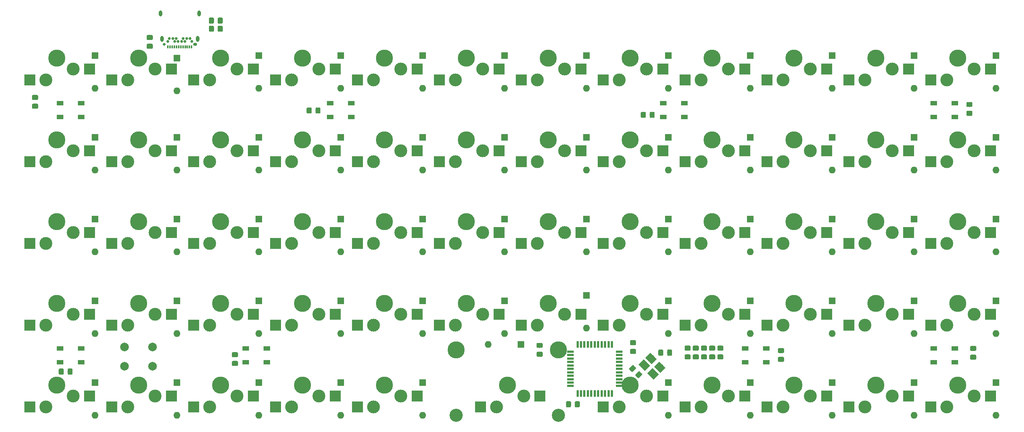
<source format=gbr>
G04 #@! TF.GenerationSoftware,KiCad,Pcbnew,5.1.2*
G04 #@! TF.CreationDate,2019-05-02T16:23:56+02:00*
G04 #@! TF.ProjectId,pcb,7063622e-6b69-4636-9164-5f7063625858,rev?*
G04 #@! TF.SameCoordinates,Original*
G04 #@! TF.FileFunction,Soldermask,Bot*
G04 #@! TF.FilePolarity,Negative*
%FSLAX46Y46*%
G04 Gerber Fmt 4.6, Leading zero omitted, Abs format (unit mm)*
G04 Created by KiCad (PCBNEW 5.1.2) date 2019-05-02 16:23:56*
%MOMM*%
%LPD*%
G04 APERTURE LIST*
%ADD10R,2.550000X2.500000*%
%ADD11C,3.987800*%
%ADD12C,3.000000*%
%ADD13O,1.600000X1.600000*%
%ADD14R,1.600000X1.600000*%
%ADD15C,0.100000*%
%ADD16C,1.150000*%
%ADD17C,3.048000*%
%ADD18C,2.000000*%
%ADD19C,1.725000*%
%ADD20R,1.500000X0.550000*%
%ADD21R,0.550000X1.500000*%
%ADD22C,0.650000*%
%ADD23O,0.950000X0.650000*%
%ADD24O,0.800000X1.400000*%
%ADD25R,0.300000X0.700000*%
%ADD26R,1.500000X1.000000*%
G04 APERTURE END LIST*
D10*
X255210000Y-41910000D03*
D11*
X247650000Y-39370000D03*
D12*
X251460000Y-41910000D03*
X245110000Y-44450000D03*
D10*
X241360000Y-44450000D03*
X255210000Y-60960000D03*
D11*
X247650000Y-58420000D03*
D12*
X251460000Y-60960000D03*
X245110000Y-63500000D03*
D10*
X241360000Y-63500000D03*
D13*
X256540000Y-46355000D03*
D14*
X256540000Y-38735000D03*
D15*
G36*
X206976505Y-108972704D02*
G01*
X207000773Y-108976304D01*
X207024572Y-108982265D01*
X207047671Y-108990530D01*
X207069850Y-109001020D01*
X207090893Y-109013632D01*
X207110599Y-109028247D01*
X207128777Y-109044723D01*
X207145253Y-109062901D01*
X207159868Y-109082607D01*
X207172480Y-109103650D01*
X207182970Y-109125829D01*
X207191235Y-109148928D01*
X207197196Y-109172727D01*
X207200796Y-109196995D01*
X207202000Y-109221499D01*
X207202000Y-109871501D01*
X207200796Y-109896005D01*
X207197196Y-109920273D01*
X207191235Y-109944072D01*
X207182970Y-109967171D01*
X207172480Y-109989350D01*
X207159868Y-110010393D01*
X207145253Y-110030099D01*
X207128777Y-110048277D01*
X207110599Y-110064753D01*
X207090893Y-110079368D01*
X207069850Y-110091980D01*
X207047671Y-110102470D01*
X207024572Y-110110735D01*
X207000773Y-110116696D01*
X206976505Y-110120296D01*
X206952001Y-110121500D01*
X206051999Y-110121500D01*
X206027495Y-110120296D01*
X206003227Y-110116696D01*
X205979428Y-110110735D01*
X205956329Y-110102470D01*
X205934150Y-110091980D01*
X205913107Y-110079368D01*
X205893401Y-110064753D01*
X205875223Y-110048277D01*
X205858747Y-110030099D01*
X205844132Y-110010393D01*
X205831520Y-109989350D01*
X205821030Y-109967171D01*
X205812765Y-109944072D01*
X205806804Y-109920273D01*
X205803204Y-109896005D01*
X205802000Y-109871501D01*
X205802000Y-109221499D01*
X205803204Y-109196995D01*
X205806804Y-109172727D01*
X205812765Y-109148928D01*
X205821030Y-109125829D01*
X205831520Y-109103650D01*
X205844132Y-109082607D01*
X205858747Y-109062901D01*
X205875223Y-109044723D01*
X205893401Y-109028247D01*
X205913107Y-109013632D01*
X205934150Y-109001020D01*
X205956329Y-108990530D01*
X205979428Y-108982265D01*
X206003227Y-108976304D01*
X206027495Y-108972704D01*
X206051999Y-108971500D01*
X206952001Y-108971500D01*
X206976505Y-108972704D01*
X206976505Y-108972704D01*
G37*
D16*
X206502000Y-109546500D03*
D15*
G36*
X206976505Y-106922704D02*
G01*
X207000773Y-106926304D01*
X207024572Y-106932265D01*
X207047671Y-106940530D01*
X207069850Y-106951020D01*
X207090893Y-106963632D01*
X207110599Y-106978247D01*
X207128777Y-106994723D01*
X207145253Y-107012901D01*
X207159868Y-107032607D01*
X207172480Y-107053650D01*
X207182970Y-107075829D01*
X207191235Y-107098928D01*
X207197196Y-107122727D01*
X207200796Y-107146995D01*
X207202000Y-107171499D01*
X207202000Y-107821501D01*
X207200796Y-107846005D01*
X207197196Y-107870273D01*
X207191235Y-107894072D01*
X207182970Y-107917171D01*
X207172480Y-107939350D01*
X207159868Y-107960393D01*
X207145253Y-107980099D01*
X207128777Y-107998277D01*
X207110599Y-108014753D01*
X207090893Y-108029368D01*
X207069850Y-108041980D01*
X207047671Y-108052470D01*
X207024572Y-108060735D01*
X207000773Y-108066696D01*
X206976505Y-108070296D01*
X206952001Y-108071500D01*
X206051999Y-108071500D01*
X206027495Y-108070296D01*
X206003227Y-108066696D01*
X205979428Y-108060735D01*
X205956329Y-108052470D01*
X205934150Y-108041980D01*
X205913107Y-108029368D01*
X205893401Y-108014753D01*
X205875223Y-107998277D01*
X205858747Y-107980099D01*
X205844132Y-107960393D01*
X205831520Y-107939350D01*
X205821030Y-107917171D01*
X205812765Y-107894072D01*
X205806804Y-107870273D01*
X205803204Y-107846005D01*
X205802000Y-107821501D01*
X205802000Y-107171499D01*
X205803204Y-107146995D01*
X205806804Y-107122727D01*
X205812765Y-107098928D01*
X205821030Y-107075829D01*
X205831520Y-107053650D01*
X205844132Y-107032607D01*
X205858747Y-107012901D01*
X205875223Y-106994723D01*
X205893401Y-106978247D01*
X205913107Y-106963632D01*
X205934150Y-106951020D01*
X205956329Y-106940530D01*
X205979428Y-106932265D01*
X206003227Y-106926304D01*
X206027495Y-106922704D01*
X206051999Y-106921500D01*
X206952001Y-106921500D01*
X206976505Y-106922704D01*
X206976505Y-106922704D01*
G37*
D16*
X206502000Y-107496500D03*
D15*
G36*
X251680505Y-108464704D02*
G01*
X251704773Y-108468304D01*
X251728572Y-108474265D01*
X251751671Y-108482530D01*
X251773850Y-108493020D01*
X251794893Y-108505632D01*
X251814599Y-108520247D01*
X251832777Y-108536723D01*
X251849253Y-108554901D01*
X251863868Y-108574607D01*
X251876480Y-108595650D01*
X251886970Y-108617829D01*
X251895235Y-108640928D01*
X251901196Y-108664727D01*
X251904796Y-108688995D01*
X251906000Y-108713499D01*
X251906000Y-109363501D01*
X251904796Y-109388005D01*
X251901196Y-109412273D01*
X251895235Y-109436072D01*
X251886970Y-109459171D01*
X251876480Y-109481350D01*
X251863868Y-109502393D01*
X251849253Y-109522099D01*
X251832777Y-109540277D01*
X251814599Y-109556753D01*
X251794893Y-109571368D01*
X251773850Y-109583980D01*
X251751671Y-109594470D01*
X251728572Y-109602735D01*
X251704773Y-109608696D01*
X251680505Y-109612296D01*
X251656001Y-109613500D01*
X250755999Y-109613500D01*
X250731495Y-109612296D01*
X250707227Y-109608696D01*
X250683428Y-109602735D01*
X250660329Y-109594470D01*
X250638150Y-109583980D01*
X250617107Y-109571368D01*
X250597401Y-109556753D01*
X250579223Y-109540277D01*
X250562747Y-109522099D01*
X250548132Y-109502393D01*
X250535520Y-109481350D01*
X250525030Y-109459171D01*
X250516765Y-109436072D01*
X250510804Y-109412273D01*
X250507204Y-109388005D01*
X250506000Y-109363501D01*
X250506000Y-108713499D01*
X250507204Y-108688995D01*
X250510804Y-108664727D01*
X250516765Y-108640928D01*
X250525030Y-108617829D01*
X250535520Y-108595650D01*
X250548132Y-108574607D01*
X250562747Y-108554901D01*
X250579223Y-108536723D01*
X250597401Y-108520247D01*
X250617107Y-108505632D01*
X250638150Y-108493020D01*
X250660329Y-108482530D01*
X250683428Y-108474265D01*
X250707227Y-108468304D01*
X250731495Y-108464704D01*
X250755999Y-108463500D01*
X251656001Y-108463500D01*
X251680505Y-108464704D01*
X251680505Y-108464704D01*
G37*
D16*
X251206000Y-109038500D03*
D15*
G36*
X251680505Y-106414704D02*
G01*
X251704773Y-106418304D01*
X251728572Y-106424265D01*
X251751671Y-106432530D01*
X251773850Y-106443020D01*
X251794893Y-106455632D01*
X251814599Y-106470247D01*
X251832777Y-106486723D01*
X251849253Y-106504901D01*
X251863868Y-106524607D01*
X251876480Y-106545650D01*
X251886970Y-106567829D01*
X251895235Y-106590928D01*
X251901196Y-106614727D01*
X251904796Y-106638995D01*
X251906000Y-106663499D01*
X251906000Y-107313501D01*
X251904796Y-107338005D01*
X251901196Y-107362273D01*
X251895235Y-107386072D01*
X251886970Y-107409171D01*
X251876480Y-107431350D01*
X251863868Y-107452393D01*
X251849253Y-107472099D01*
X251832777Y-107490277D01*
X251814599Y-107506753D01*
X251794893Y-107521368D01*
X251773850Y-107533980D01*
X251751671Y-107544470D01*
X251728572Y-107552735D01*
X251704773Y-107558696D01*
X251680505Y-107562296D01*
X251656001Y-107563500D01*
X250755999Y-107563500D01*
X250731495Y-107562296D01*
X250707227Y-107558696D01*
X250683428Y-107552735D01*
X250660329Y-107544470D01*
X250638150Y-107533980D01*
X250617107Y-107521368D01*
X250597401Y-107506753D01*
X250579223Y-107490277D01*
X250562747Y-107472099D01*
X250548132Y-107452393D01*
X250535520Y-107431350D01*
X250525030Y-107409171D01*
X250516765Y-107386072D01*
X250510804Y-107362273D01*
X250507204Y-107338005D01*
X250506000Y-107313501D01*
X250506000Y-106663499D01*
X250507204Y-106638995D01*
X250510804Y-106614727D01*
X250516765Y-106590928D01*
X250525030Y-106567829D01*
X250535520Y-106545650D01*
X250548132Y-106524607D01*
X250562747Y-106504901D01*
X250579223Y-106486723D01*
X250597401Y-106470247D01*
X250617107Y-106455632D01*
X250638150Y-106443020D01*
X250660329Y-106432530D01*
X250683428Y-106424265D01*
X250707227Y-106418304D01*
X250731495Y-106414704D01*
X250755999Y-106413500D01*
X251656001Y-106413500D01*
X251680505Y-106414704D01*
X251680505Y-106414704D01*
G37*
D16*
X251206000Y-106988500D03*
D15*
G36*
X250791505Y-51632204D02*
G01*
X250815773Y-51635804D01*
X250839572Y-51641765D01*
X250862671Y-51650030D01*
X250884850Y-51660520D01*
X250905893Y-51673132D01*
X250925599Y-51687747D01*
X250943777Y-51704223D01*
X250960253Y-51722401D01*
X250974868Y-51742107D01*
X250987480Y-51763150D01*
X250997970Y-51785329D01*
X251006235Y-51808428D01*
X251012196Y-51832227D01*
X251015796Y-51856495D01*
X251017000Y-51880999D01*
X251017000Y-52531001D01*
X251015796Y-52555505D01*
X251012196Y-52579773D01*
X251006235Y-52603572D01*
X250997970Y-52626671D01*
X250987480Y-52648850D01*
X250974868Y-52669893D01*
X250960253Y-52689599D01*
X250943777Y-52707777D01*
X250925599Y-52724253D01*
X250905893Y-52738868D01*
X250884850Y-52751480D01*
X250862671Y-52761970D01*
X250839572Y-52770235D01*
X250815773Y-52776196D01*
X250791505Y-52779796D01*
X250767001Y-52781000D01*
X249866999Y-52781000D01*
X249842495Y-52779796D01*
X249818227Y-52776196D01*
X249794428Y-52770235D01*
X249771329Y-52761970D01*
X249749150Y-52751480D01*
X249728107Y-52738868D01*
X249708401Y-52724253D01*
X249690223Y-52707777D01*
X249673747Y-52689599D01*
X249659132Y-52669893D01*
X249646520Y-52648850D01*
X249636030Y-52626671D01*
X249627765Y-52603572D01*
X249621804Y-52579773D01*
X249618204Y-52555505D01*
X249617000Y-52531001D01*
X249617000Y-51880999D01*
X249618204Y-51856495D01*
X249621804Y-51832227D01*
X249627765Y-51808428D01*
X249636030Y-51785329D01*
X249646520Y-51763150D01*
X249659132Y-51742107D01*
X249673747Y-51722401D01*
X249690223Y-51704223D01*
X249708401Y-51687747D01*
X249728107Y-51673132D01*
X249749150Y-51660520D01*
X249771329Y-51650030D01*
X249794428Y-51641765D01*
X249818227Y-51635804D01*
X249842495Y-51632204D01*
X249866999Y-51631000D01*
X250767001Y-51631000D01*
X250791505Y-51632204D01*
X250791505Y-51632204D01*
G37*
D16*
X250317000Y-52206000D03*
D15*
G36*
X250791505Y-49582204D02*
G01*
X250815773Y-49585804D01*
X250839572Y-49591765D01*
X250862671Y-49600030D01*
X250884850Y-49610520D01*
X250905893Y-49623132D01*
X250925599Y-49637747D01*
X250943777Y-49654223D01*
X250960253Y-49672401D01*
X250974868Y-49692107D01*
X250987480Y-49713150D01*
X250997970Y-49735329D01*
X251006235Y-49758428D01*
X251012196Y-49782227D01*
X251015796Y-49806495D01*
X251017000Y-49830999D01*
X251017000Y-50481001D01*
X251015796Y-50505505D01*
X251012196Y-50529773D01*
X251006235Y-50553572D01*
X250997970Y-50576671D01*
X250987480Y-50598850D01*
X250974868Y-50619893D01*
X250960253Y-50639599D01*
X250943777Y-50657777D01*
X250925599Y-50674253D01*
X250905893Y-50688868D01*
X250884850Y-50701480D01*
X250862671Y-50711970D01*
X250839572Y-50720235D01*
X250815773Y-50726196D01*
X250791505Y-50729796D01*
X250767001Y-50731000D01*
X249866999Y-50731000D01*
X249842495Y-50729796D01*
X249818227Y-50726196D01*
X249794428Y-50720235D01*
X249771329Y-50711970D01*
X249749150Y-50701480D01*
X249728107Y-50688868D01*
X249708401Y-50674253D01*
X249690223Y-50657777D01*
X249673747Y-50639599D01*
X249659132Y-50619893D01*
X249646520Y-50598850D01*
X249636030Y-50576671D01*
X249627765Y-50553572D01*
X249621804Y-50529773D01*
X249618204Y-50505505D01*
X249617000Y-50481001D01*
X249617000Y-49830999D01*
X249618204Y-49806495D01*
X249621804Y-49782227D01*
X249627765Y-49758428D01*
X249636030Y-49735329D01*
X249646520Y-49713150D01*
X249659132Y-49692107D01*
X249673747Y-49672401D01*
X249690223Y-49654223D01*
X249708401Y-49637747D01*
X249728107Y-49623132D01*
X249749150Y-49610520D01*
X249771329Y-49600030D01*
X249794428Y-49591765D01*
X249818227Y-49585804D01*
X249842495Y-49582204D01*
X249866999Y-49581000D01*
X250767001Y-49581000D01*
X250791505Y-49582204D01*
X250791505Y-49582204D01*
G37*
D16*
X250317000Y-50156000D03*
D15*
G36*
X174838505Y-51879204D02*
G01*
X174862773Y-51882804D01*
X174886572Y-51888765D01*
X174909671Y-51897030D01*
X174931850Y-51907520D01*
X174952893Y-51920132D01*
X174972599Y-51934747D01*
X174990777Y-51951223D01*
X175007253Y-51969401D01*
X175021868Y-51989107D01*
X175034480Y-52010150D01*
X175044970Y-52032329D01*
X175053235Y-52055428D01*
X175059196Y-52079227D01*
X175062796Y-52103495D01*
X175064000Y-52127999D01*
X175064000Y-53028001D01*
X175062796Y-53052505D01*
X175059196Y-53076773D01*
X175053235Y-53100572D01*
X175044970Y-53123671D01*
X175034480Y-53145850D01*
X175021868Y-53166893D01*
X175007253Y-53186599D01*
X174990777Y-53204777D01*
X174972599Y-53221253D01*
X174952893Y-53235868D01*
X174931850Y-53248480D01*
X174909671Y-53258970D01*
X174886572Y-53267235D01*
X174862773Y-53273196D01*
X174838505Y-53276796D01*
X174814001Y-53278000D01*
X174163999Y-53278000D01*
X174139495Y-53276796D01*
X174115227Y-53273196D01*
X174091428Y-53267235D01*
X174068329Y-53258970D01*
X174046150Y-53248480D01*
X174025107Y-53235868D01*
X174005401Y-53221253D01*
X173987223Y-53204777D01*
X173970747Y-53186599D01*
X173956132Y-53166893D01*
X173943520Y-53145850D01*
X173933030Y-53123671D01*
X173924765Y-53100572D01*
X173918804Y-53076773D01*
X173915204Y-53052505D01*
X173914000Y-53028001D01*
X173914000Y-52127999D01*
X173915204Y-52103495D01*
X173918804Y-52079227D01*
X173924765Y-52055428D01*
X173933030Y-52032329D01*
X173943520Y-52010150D01*
X173956132Y-51989107D01*
X173970747Y-51969401D01*
X173987223Y-51951223D01*
X174005401Y-51934747D01*
X174025107Y-51920132D01*
X174046150Y-51907520D01*
X174068329Y-51897030D01*
X174091428Y-51888765D01*
X174115227Y-51882804D01*
X174139495Y-51879204D01*
X174163999Y-51878000D01*
X174814001Y-51878000D01*
X174838505Y-51879204D01*
X174838505Y-51879204D01*
G37*
D16*
X174489000Y-52578000D03*
D15*
G36*
X176888505Y-51879204D02*
G01*
X176912773Y-51882804D01*
X176936572Y-51888765D01*
X176959671Y-51897030D01*
X176981850Y-51907520D01*
X177002893Y-51920132D01*
X177022599Y-51934747D01*
X177040777Y-51951223D01*
X177057253Y-51969401D01*
X177071868Y-51989107D01*
X177084480Y-52010150D01*
X177094970Y-52032329D01*
X177103235Y-52055428D01*
X177109196Y-52079227D01*
X177112796Y-52103495D01*
X177114000Y-52127999D01*
X177114000Y-53028001D01*
X177112796Y-53052505D01*
X177109196Y-53076773D01*
X177103235Y-53100572D01*
X177094970Y-53123671D01*
X177084480Y-53145850D01*
X177071868Y-53166893D01*
X177057253Y-53186599D01*
X177040777Y-53204777D01*
X177022599Y-53221253D01*
X177002893Y-53235868D01*
X176981850Y-53248480D01*
X176959671Y-53258970D01*
X176936572Y-53267235D01*
X176912773Y-53273196D01*
X176888505Y-53276796D01*
X176864001Y-53278000D01*
X176213999Y-53278000D01*
X176189495Y-53276796D01*
X176165227Y-53273196D01*
X176141428Y-53267235D01*
X176118329Y-53258970D01*
X176096150Y-53248480D01*
X176075107Y-53235868D01*
X176055401Y-53221253D01*
X176037223Y-53204777D01*
X176020747Y-53186599D01*
X176006132Y-53166893D01*
X175993520Y-53145850D01*
X175983030Y-53123671D01*
X175974765Y-53100572D01*
X175968804Y-53076773D01*
X175965204Y-53052505D01*
X175964000Y-53028001D01*
X175964000Y-52127999D01*
X175965204Y-52103495D01*
X175968804Y-52079227D01*
X175974765Y-52055428D01*
X175983030Y-52032329D01*
X175993520Y-52010150D01*
X176006132Y-51989107D01*
X176020747Y-51969401D01*
X176037223Y-51951223D01*
X176055401Y-51934747D01*
X176075107Y-51920132D01*
X176096150Y-51907520D01*
X176118329Y-51897030D01*
X176141428Y-51888765D01*
X176165227Y-51882804D01*
X176189495Y-51879204D01*
X176213999Y-51878000D01*
X176864001Y-51878000D01*
X176888505Y-51879204D01*
X176888505Y-51879204D01*
G37*
D16*
X176539000Y-52578000D03*
D15*
G36*
X97114505Y-50863204D02*
G01*
X97138773Y-50866804D01*
X97162572Y-50872765D01*
X97185671Y-50881030D01*
X97207850Y-50891520D01*
X97228893Y-50904132D01*
X97248599Y-50918747D01*
X97266777Y-50935223D01*
X97283253Y-50953401D01*
X97297868Y-50973107D01*
X97310480Y-50994150D01*
X97320970Y-51016329D01*
X97329235Y-51039428D01*
X97335196Y-51063227D01*
X97338796Y-51087495D01*
X97340000Y-51111999D01*
X97340000Y-52012001D01*
X97338796Y-52036505D01*
X97335196Y-52060773D01*
X97329235Y-52084572D01*
X97320970Y-52107671D01*
X97310480Y-52129850D01*
X97297868Y-52150893D01*
X97283253Y-52170599D01*
X97266777Y-52188777D01*
X97248599Y-52205253D01*
X97228893Y-52219868D01*
X97207850Y-52232480D01*
X97185671Y-52242970D01*
X97162572Y-52251235D01*
X97138773Y-52257196D01*
X97114505Y-52260796D01*
X97090001Y-52262000D01*
X96439999Y-52262000D01*
X96415495Y-52260796D01*
X96391227Y-52257196D01*
X96367428Y-52251235D01*
X96344329Y-52242970D01*
X96322150Y-52232480D01*
X96301107Y-52219868D01*
X96281401Y-52205253D01*
X96263223Y-52188777D01*
X96246747Y-52170599D01*
X96232132Y-52150893D01*
X96219520Y-52129850D01*
X96209030Y-52107671D01*
X96200765Y-52084572D01*
X96194804Y-52060773D01*
X96191204Y-52036505D01*
X96190000Y-52012001D01*
X96190000Y-51111999D01*
X96191204Y-51087495D01*
X96194804Y-51063227D01*
X96200765Y-51039428D01*
X96209030Y-51016329D01*
X96219520Y-50994150D01*
X96232132Y-50973107D01*
X96246747Y-50953401D01*
X96263223Y-50935223D01*
X96281401Y-50918747D01*
X96301107Y-50904132D01*
X96322150Y-50891520D01*
X96344329Y-50881030D01*
X96367428Y-50872765D01*
X96391227Y-50866804D01*
X96415495Y-50863204D01*
X96439999Y-50862000D01*
X97090001Y-50862000D01*
X97114505Y-50863204D01*
X97114505Y-50863204D01*
G37*
D16*
X96765000Y-51562000D03*
D15*
G36*
X99164505Y-50863204D02*
G01*
X99188773Y-50866804D01*
X99212572Y-50872765D01*
X99235671Y-50881030D01*
X99257850Y-50891520D01*
X99278893Y-50904132D01*
X99298599Y-50918747D01*
X99316777Y-50935223D01*
X99333253Y-50953401D01*
X99347868Y-50973107D01*
X99360480Y-50994150D01*
X99370970Y-51016329D01*
X99379235Y-51039428D01*
X99385196Y-51063227D01*
X99388796Y-51087495D01*
X99390000Y-51111999D01*
X99390000Y-52012001D01*
X99388796Y-52036505D01*
X99385196Y-52060773D01*
X99379235Y-52084572D01*
X99370970Y-52107671D01*
X99360480Y-52129850D01*
X99347868Y-52150893D01*
X99333253Y-52170599D01*
X99316777Y-52188777D01*
X99298599Y-52205253D01*
X99278893Y-52219868D01*
X99257850Y-52232480D01*
X99235671Y-52242970D01*
X99212572Y-52251235D01*
X99188773Y-52257196D01*
X99164505Y-52260796D01*
X99140001Y-52262000D01*
X98489999Y-52262000D01*
X98465495Y-52260796D01*
X98441227Y-52257196D01*
X98417428Y-52251235D01*
X98394329Y-52242970D01*
X98372150Y-52232480D01*
X98351107Y-52219868D01*
X98331401Y-52205253D01*
X98313223Y-52188777D01*
X98296747Y-52170599D01*
X98282132Y-52150893D01*
X98269520Y-52129850D01*
X98259030Y-52107671D01*
X98250765Y-52084572D01*
X98244804Y-52060773D01*
X98241204Y-52036505D01*
X98240000Y-52012001D01*
X98240000Y-51111999D01*
X98241204Y-51087495D01*
X98244804Y-51063227D01*
X98250765Y-51039428D01*
X98259030Y-51016329D01*
X98269520Y-50994150D01*
X98282132Y-50973107D01*
X98296747Y-50953401D01*
X98313223Y-50935223D01*
X98331401Y-50918747D01*
X98351107Y-50904132D01*
X98372150Y-50891520D01*
X98394329Y-50881030D01*
X98417428Y-50872765D01*
X98441227Y-50866804D01*
X98465495Y-50863204D01*
X98489999Y-50862000D01*
X99140001Y-50862000D01*
X99164505Y-50863204D01*
X99164505Y-50863204D01*
G37*
D16*
X98815000Y-51562000D03*
D15*
G36*
X33494505Y-49981204D02*
G01*
X33518773Y-49984804D01*
X33542572Y-49990765D01*
X33565671Y-49999030D01*
X33587850Y-50009520D01*
X33608893Y-50022132D01*
X33628599Y-50036747D01*
X33646777Y-50053223D01*
X33663253Y-50071401D01*
X33677868Y-50091107D01*
X33690480Y-50112150D01*
X33700970Y-50134329D01*
X33709235Y-50157428D01*
X33715196Y-50181227D01*
X33718796Y-50205495D01*
X33720000Y-50229999D01*
X33720000Y-50880001D01*
X33718796Y-50904505D01*
X33715196Y-50928773D01*
X33709235Y-50952572D01*
X33700970Y-50975671D01*
X33690480Y-50997850D01*
X33677868Y-51018893D01*
X33663253Y-51038599D01*
X33646777Y-51056777D01*
X33628599Y-51073253D01*
X33608893Y-51087868D01*
X33587850Y-51100480D01*
X33565671Y-51110970D01*
X33542572Y-51119235D01*
X33518773Y-51125196D01*
X33494505Y-51128796D01*
X33470001Y-51130000D01*
X32569999Y-51130000D01*
X32545495Y-51128796D01*
X32521227Y-51125196D01*
X32497428Y-51119235D01*
X32474329Y-51110970D01*
X32452150Y-51100480D01*
X32431107Y-51087868D01*
X32411401Y-51073253D01*
X32393223Y-51056777D01*
X32376747Y-51038599D01*
X32362132Y-51018893D01*
X32349520Y-50997850D01*
X32339030Y-50975671D01*
X32330765Y-50952572D01*
X32324804Y-50928773D01*
X32321204Y-50904505D01*
X32320000Y-50880001D01*
X32320000Y-50229999D01*
X32321204Y-50205495D01*
X32324804Y-50181227D01*
X32330765Y-50157428D01*
X32339030Y-50134329D01*
X32349520Y-50112150D01*
X32362132Y-50091107D01*
X32376747Y-50071401D01*
X32393223Y-50053223D01*
X32411401Y-50036747D01*
X32431107Y-50022132D01*
X32452150Y-50009520D01*
X32474329Y-49999030D01*
X32497428Y-49990765D01*
X32521227Y-49984804D01*
X32545495Y-49981204D01*
X32569999Y-49980000D01*
X33470001Y-49980000D01*
X33494505Y-49981204D01*
X33494505Y-49981204D01*
G37*
D16*
X33020000Y-50555000D03*
D15*
G36*
X33494505Y-47931204D02*
G01*
X33518773Y-47934804D01*
X33542572Y-47940765D01*
X33565671Y-47949030D01*
X33587850Y-47959520D01*
X33608893Y-47972132D01*
X33628599Y-47986747D01*
X33646777Y-48003223D01*
X33663253Y-48021401D01*
X33677868Y-48041107D01*
X33690480Y-48062150D01*
X33700970Y-48084329D01*
X33709235Y-48107428D01*
X33715196Y-48131227D01*
X33718796Y-48155495D01*
X33720000Y-48179999D01*
X33720000Y-48830001D01*
X33718796Y-48854505D01*
X33715196Y-48878773D01*
X33709235Y-48902572D01*
X33700970Y-48925671D01*
X33690480Y-48947850D01*
X33677868Y-48968893D01*
X33663253Y-48988599D01*
X33646777Y-49006777D01*
X33628599Y-49023253D01*
X33608893Y-49037868D01*
X33587850Y-49050480D01*
X33565671Y-49060970D01*
X33542572Y-49069235D01*
X33518773Y-49075196D01*
X33494505Y-49078796D01*
X33470001Y-49080000D01*
X32569999Y-49080000D01*
X32545495Y-49078796D01*
X32521227Y-49075196D01*
X32497428Y-49069235D01*
X32474329Y-49060970D01*
X32452150Y-49050480D01*
X32431107Y-49037868D01*
X32411401Y-49023253D01*
X32393223Y-49006777D01*
X32376747Y-48988599D01*
X32362132Y-48968893D01*
X32349520Y-48947850D01*
X32339030Y-48925671D01*
X32330765Y-48902572D01*
X32324804Y-48878773D01*
X32321204Y-48854505D01*
X32320000Y-48830001D01*
X32320000Y-48179999D01*
X32321204Y-48155495D01*
X32324804Y-48131227D01*
X32330765Y-48107428D01*
X32339030Y-48084329D01*
X32349520Y-48062150D01*
X32362132Y-48041107D01*
X32376747Y-48021401D01*
X32393223Y-48003223D01*
X32411401Y-47986747D01*
X32431107Y-47972132D01*
X32452150Y-47959520D01*
X32474329Y-47949030D01*
X32497428Y-47940765D01*
X32521227Y-47934804D01*
X32545495Y-47931204D01*
X32569999Y-47930000D01*
X33470001Y-47930000D01*
X33494505Y-47931204D01*
X33494505Y-47931204D01*
G37*
D16*
X33020000Y-48505000D03*
D15*
G36*
X41506505Y-111696204D02*
G01*
X41530773Y-111699804D01*
X41554572Y-111705765D01*
X41577671Y-111714030D01*
X41599850Y-111724520D01*
X41620893Y-111737132D01*
X41640599Y-111751747D01*
X41658777Y-111768223D01*
X41675253Y-111786401D01*
X41689868Y-111806107D01*
X41702480Y-111827150D01*
X41712970Y-111849329D01*
X41721235Y-111872428D01*
X41727196Y-111896227D01*
X41730796Y-111920495D01*
X41732000Y-111944999D01*
X41732000Y-112845001D01*
X41730796Y-112869505D01*
X41727196Y-112893773D01*
X41721235Y-112917572D01*
X41712970Y-112940671D01*
X41702480Y-112962850D01*
X41689868Y-112983893D01*
X41675253Y-113003599D01*
X41658777Y-113021777D01*
X41640599Y-113038253D01*
X41620893Y-113052868D01*
X41599850Y-113065480D01*
X41577671Y-113075970D01*
X41554572Y-113084235D01*
X41530773Y-113090196D01*
X41506505Y-113093796D01*
X41482001Y-113095000D01*
X40831999Y-113095000D01*
X40807495Y-113093796D01*
X40783227Y-113090196D01*
X40759428Y-113084235D01*
X40736329Y-113075970D01*
X40714150Y-113065480D01*
X40693107Y-113052868D01*
X40673401Y-113038253D01*
X40655223Y-113021777D01*
X40638747Y-113003599D01*
X40624132Y-112983893D01*
X40611520Y-112962850D01*
X40601030Y-112940671D01*
X40592765Y-112917572D01*
X40586804Y-112893773D01*
X40583204Y-112869505D01*
X40582000Y-112845001D01*
X40582000Y-111944999D01*
X40583204Y-111920495D01*
X40586804Y-111896227D01*
X40592765Y-111872428D01*
X40601030Y-111849329D01*
X40611520Y-111827150D01*
X40624132Y-111806107D01*
X40638747Y-111786401D01*
X40655223Y-111768223D01*
X40673401Y-111751747D01*
X40693107Y-111737132D01*
X40714150Y-111724520D01*
X40736329Y-111714030D01*
X40759428Y-111705765D01*
X40783227Y-111699804D01*
X40807495Y-111696204D01*
X40831999Y-111695000D01*
X41482001Y-111695000D01*
X41506505Y-111696204D01*
X41506505Y-111696204D01*
G37*
D16*
X41157000Y-112395000D03*
D15*
G36*
X39456505Y-111696204D02*
G01*
X39480773Y-111699804D01*
X39504572Y-111705765D01*
X39527671Y-111714030D01*
X39549850Y-111724520D01*
X39570893Y-111737132D01*
X39590599Y-111751747D01*
X39608777Y-111768223D01*
X39625253Y-111786401D01*
X39639868Y-111806107D01*
X39652480Y-111827150D01*
X39662970Y-111849329D01*
X39671235Y-111872428D01*
X39677196Y-111896227D01*
X39680796Y-111920495D01*
X39682000Y-111944999D01*
X39682000Y-112845001D01*
X39680796Y-112869505D01*
X39677196Y-112893773D01*
X39671235Y-112917572D01*
X39662970Y-112940671D01*
X39652480Y-112962850D01*
X39639868Y-112983893D01*
X39625253Y-113003599D01*
X39608777Y-113021777D01*
X39590599Y-113038253D01*
X39570893Y-113052868D01*
X39549850Y-113065480D01*
X39527671Y-113075970D01*
X39504572Y-113084235D01*
X39480773Y-113090196D01*
X39456505Y-113093796D01*
X39432001Y-113095000D01*
X38781999Y-113095000D01*
X38757495Y-113093796D01*
X38733227Y-113090196D01*
X38709428Y-113084235D01*
X38686329Y-113075970D01*
X38664150Y-113065480D01*
X38643107Y-113052868D01*
X38623401Y-113038253D01*
X38605223Y-113021777D01*
X38588747Y-113003599D01*
X38574132Y-112983893D01*
X38561520Y-112962850D01*
X38551030Y-112940671D01*
X38542765Y-112917572D01*
X38536804Y-112893773D01*
X38533204Y-112869505D01*
X38532000Y-112845001D01*
X38532000Y-111944999D01*
X38533204Y-111920495D01*
X38536804Y-111896227D01*
X38542765Y-111872428D01*
X38551030Y-111849329D01*
X38561520Y-111827150D01*
X38574132Y-111806107D01*
X38588747Y-111786401D01*
X38605223Y-111768223D01*
X38623401Y-111751747D01*
X38643107Y-111737132D01*
X38664150Y-111724520D01*
X38686329Y-111714030D01*
X38709428Y-111705765D01*
X38733227Y-111699804D01*
X38757495Y-111696204D01*
X38781999Y-111695000D01*
X39432001Y-111695000D01*
X39456505Y-111696204D01*
X39456505Y-111696204D01*
G37*
D16*
X39107000Y-112395000D03*
D15*
G36*
X79976505Y-107875204D02*
G01*
X80000773Y-107878804D01*
X80024572Y-107884765D01*
X80047671Y-107893030D01*
X80069850Y-107903520D01*
X80090893Y-107916132D01*
X80110599Y-107930747D01*
X80128777Y-107947223D01*
X80145253Y-107965401D01*
X80159868Y-107985107D01*
X80172480Y-108006150D01*
X80182970Y-108028329D01*
X80191235Y-108051428D01*
X80197196Y-108075227D01*
X80200796Y-108099495D01*
X80202000Y-108123999D01*
X80202000Y-108774001D01*
X80200796Y-108798505D01*
X80197196Y-108822773D01*
X80191235Y-108846572D01*
X80182970Y-108869671D01*
X80172480Y-108891850D01*
X80159868Y-108912893D01*
X80145253Y-108932599D01*
X80128777Y-108950777D01*
X80110599Y-108967253D01*
X80090893Y-108981868D01*
X80069850Y-108994480D01*
X80047671Y-109004970D01*
X80024572Y-109013235D01*
X80000773Y-109019196D01*
X79976505Y-109022796D01*
X79952001Y-109024000D01*
X79051999Y-109024000D01*
X79027495Y-109022796D01*
X79003227Y-109019196D01*
X78979428Y-109013235D01*
X78956329Y-109004970D01*
X78934150Y-108994480D01*
X78913107Y-108981868D01*
X78893401Y-108967253D01*
X78875223Y-108950777D01*
X78858747Y-108932599D01*
X78844132Y-108912893D01*
X78831520Y-108891850D01*
X78821030Y-108869671D01*
X78812765Y-108846572D01*
X78806804Y-108822773D01*
X78803204Y-108798505D01*
X78802000Y-108774001D01*
X78802000Y-108123999D01*
X78803204Y-108099495D01*
X78806804Y-108075227D01*
X78812765Y-108051428D01*
X78821030Y-108028329D01*
X78831520Y-108006150D01*
X78844132Y-107985107D01*
X78858747Y-107965401D01*
X78875223Y-107947223D01*
X78893401Y-107930747D01*
X78913107Y-107916132D01*
X78934150Y-107903520D01*
X78956329Y-107893030D01*
X78979428Y-107884765D01*
X79003227Y-107878804D01*
X79027495Y-107875204D01*
X79051999Y-107874000D01*
X79952001Y-107874000D01*
X79976505Y-107875204D01*
X79976505Y-107875204D01*
G37*
D16*
X79502000Y-108449000D03*
D15*
G36*
X79976505Y-109925204D02*
G01*
X80000773Y-109928804D01*
X80024572Y-109934765D01*
X80047671Y-109943030D01*
X80069850Y-109953520D01*
X80090893Y-109966132D01*
X80110599Y-109980747D01*
X80128777Y-109997223D01*
X80145253Y-110015401D01*
X80159868Y-110035107D01*
X80172480Y-110056150D01*
X80182970Y-110078329D01*
X80191235Y-110101428D01*
X80197196Y-110125227D01*
X80200796Y-110149495D01*
X80202000Y-110173999D01*
X80202000Y-110824001D01*
X80200796Y-110848505D01*
X80197196Y-110872773D01*
X80191235Y-110896572D01*
X80182970Y-110919671D01*
X80172480Y-110941850D01*
X80159868Y-110962893D01*
X80145253Y-110982599D01*
X80128777Y-111000777D01*
X80110599Y-111017253D01*
X80090893Y-111031868D01*
X80069850Y-111044480D01*
X80047671Y-111054970D01*
X80024572Y-111063235D01*
X80000773Y-111069196D01*
X79976505Y-111072796D01*
X79952001Y-111074000D01*
X79051999Y-111074000D01*
X79027495Y-111072796D01*
X79003227Y-111069196D01*
X78979428Y-111063235D01*
X78956329Y-111054970D01*
X78934150Y-111044480D01*
X78913107Y-111031868D01*
X78893401Y-111017253D01*
X78875223Y-111000777D01*
X78858747Y-110982599D01*
X78844132Y-110962893D01*
X78831520Y-110941850D01*
X78821030Y-110919671D01*
X78812765Y-110896572D01*
X78806804Y-110872773D01*
X78803204Y-110848505D01*
X78802000Y-110824001D01*
X78802000Y-110173999D01*
X78803204Y-110149495D01*
X78806804Y-110125227D01*
X78812765Y-110101428D01*
X78821030Y-110078329D01*
X78831520Y-110056150D01*
X78844132Y-110035107D01*
X78858747Y-110015401D01*
X78875223Y-109997223D01*
X78893401Y-109980747D01*
X78913107Y-109966132D01*
X78934150Y-109953520D01*
X78956329Y-109943030D01*
X78979428Y-109934765D01*
X79003227Y-109928804D01*
X79027495Y-109925204D01*
X79051999Y-109924000D01*
X79952001Y-109924000D01*
X79976505Y-109925204D01*
X79976505Y-109925204D01*
G37*
D16*
X79502000Y-110499000D03*
D11*
X130975000Y-107315000D03*
X154775000Y-107315000D03*
D17*
X130975000Y-122555000D03*
X154775000Y-122555000D03*
D10*
X255210000Y-80010000D03*
D11*
X247650000Y-77470000D03*
D12*
X251460000Y-80010000D03*
X245110000Y-82550000D03*
D10*
X241360000Y-82550000D03*
X255210000Y-118110000D03*
D11*
X247650000Y-115570000D03*
D12*
X251460000Y-118110000D03*
X245110000Y-120650000D03*
D10*
X241360000Y-120650000D03*
X236160000Y-118110000D03*
D11*
X228600000Y-115570000D03*
D12*
X232410000Y-118110000D03*
X226060000Y-120650000D03*
D10*
X222310000Y-120650000D03*
X217110000Y-118110000D03*
D11*
X209550000Y-115570000D03*
D12*
X213360000Y-118110000D03*
X207010000Y-120650000D03*
D10*
X203260000Y-120650000D03*
X198060000Y-118110000D03*
D11*
X190500000Y-115570000D03*
D12*
X194310000Y-118110000D03*
X187960000Y-120650000D03*
D10*
X184210000Y-120650000D03*
X179010000Y-118110000D03*
D11*
X171450000Y-115570000D03*
D12*
X175260000Y-118110000D03*
X168910000Y-120650000D03*
D10*
X165160000Y-120650000D03*
X150435000Y-118110000D03*
D11*
X142875000Y-115570000D03*
D12*
X146685000Y-118110000D03*
X140335000Y-120650000D03*
D10*
X136585000Y-120650000D03*
X121860000Y-118110000D03*
D11*
X114300000Y-115570000D03*
D12*
X118110000Y-118110000D03*
X111760000Y-120650000D03*
D10*
X108010000Y-120650000D03*
X102810000Y-118110000D03*
D11*
X95250000Y-115570000D03*
D12*
X99060000Y-118110000D03*
X92710000Y-120650000D03*
D10*
X88960000Y-120650000D03*
X83760000Y-118110000D03*
D11*
X76200000Y-115570000D03*
D12*
X80010000Y-118110000D03*
X73660000Y-120650000D03*
D10*
X69910000Y-120650000D03*
X64710000Y-118110000D03*
D11*
X57150000Y-115570000D03*
D12*
X60960000Y-118110000D03*
X54610000Y-120650000D03*
D10*
X50860000Y-120650000D03*
X45660000Y-118110000D03*
D11*
X38100000Y-115570000D03*
D12*
X41910000Y-118110000D03*
X35560000Y-120650000D03*
D10*
X31810000Y-120650000D03*
X255210000Y-99060000D03*
D11*
X247650000Y-96520000D03*
D12*
X251460000Y-99060000D03*
X245110000Y-101600000D03*
D10*
X241360000Y-101600000D03*
X236160000Y-99060000D03*
D11*
X228600000Y-96520000D03*
D12*
X232410000Y-99060000D03*
X226060000Y-101600000D03*
D10*
X222310000Y-101600000D03*
X217110000Y-99060000D03*
D11*
X209550000Y-96520000D03*
D12*
X213360000Y-99060000D03*
X207010000Y-101600000D03*
D10*
X203260000Y-101600000D03*
X198060000Y-99060000D03*
D11*
X190500000Y-96520000D03*
D12*
X194310000Y-99060000D03*
X187960000Y-101600000D03*
D10*
X184210000Y-101600000D03*
X179010000Y-99060000D03*
D11*
X171450000Y-96520000D03*
D12*
X175260000Y-99060000D03*
X168910000Y-101600000D03*
D10*
X165160000Y-101600000D03*
X159960000Y-99060000D03*
D11*
X152400000Y-96520000D03*
D12*
X156210000Y-99060000D03*
X149860000Y-101600000D03*
D10*
X146110000Y-101600000D03*
X140910000Y-99060000D03*
D11*
X133350000Y-96520000D03*
D12*
X137160000Y-99060000D03*
X130810000Y-101600000D03*
D10*
X127060000Y-101600000D03*
X121860000Y-99060000D03*
D11*
X114300000Y-96520000D03*
D12*
X118110000Y-99060000D03*
X111760000Y-101600000D03*
D10*
X108010000Y-101600000D03*
X102810000Y-99060000D03*
D11*
X95250000Y-96520000D03*
D12*
X99060000Y-99060000D03*
X92710000Y-101600000D03*
D10*
X88960000Y-101600000D03*
X83760000Y-99060000D03*
D11*
X76200000Y-96520000D03*
D12*
X80010000Y-99060000D03*
X73660000Y-101600000D03*
D10*
X69910000Y-101600000D03*
X64710000Y-99060000D03*
D11*
X57150000Y-96520000D03*
D12*
X60960000Y-99060000D03*
X54610000Y-101600000D03*
D10*
X50860000Y-101600000D03*
X45660000Y-99060000D03*
D11*
X38100000Y-96520000D03*
D12*
X41910000Y-99060000D03*
X35560000Y-101600000D03*
D10*
X31810000Y-101600000D03*
X236160000Y-80010000D03*
D11*
X228600000Y-77470000D03*
D12*
X232410000Y-80010000D03*
X226060000Y-82550000D03*
D10*
X222310000Y-82550000D03*
X217110000Y-80010000D03*
D11*
X209550000Y-77470000D03*
D12*
X213360000Y-80010000D03*
X207010000Y-82550000D03*
D10*
X203260000Y-82550000D03*
X198060000Y-80010000D03*
D11*
X190500000Y-77470000D03*
D12*
X194310000Y-80010000D03*
X187960000Y-82550000D03*
D10*
X184210000Y-82550000D03*
X179010000Y-80010000D03*
D11*
X171450000Y-77470000D03*
D12*
X175260000Y-80010000D03*
X168910000Y-82550000D03*
D10*
X165160000Y-82550000D03*
X159960000Y-80010000D03*
D11*
X152400000Y-77470000D03*
D12*
X156210000Y-80010000D03*
X149860000Y-82550000D03*
D10*
X146110000Y-82550000D03*
X140910000Y-80010000D03*
D11*
X133350000Y-77470000D03*
D12*
X137160000Y-80010000D03*
X130810000Y-82550000D03*
D10*
X127060000Y-82550000D03*
X121860000Y-80010000D03*
D11*
X114300000Y-77470000D03*
D12*
X118110000Y-80010000D03*
X111760000Y-82550000D03*
D10*
X108010000Y-82550000D03*
X102810000Y-80010000D03*
D11*
X95250000Y-77470000D03*
D12*
X99060000Y-80010000D03*
X92710000Y-82550000D03*
D10*
X88960000Y-82550000D03*
X83760000Y-80010000D03*
D11*
X76200000Y-77470000D03*
D12*
X80010000Y-80010000D03*
X73660000Y-82550000D03*
D10*
X69910000Y-82550000D03*
X64710000Y-80010000D03*
D11*
X57150000Y-77470000D03*
D12*
X60960000Y-80010000D03*
X54610000Y-82550000D03*
D10*
X50860000Y-82550000D03*
X45660000Y-80010000D03*
D11*
X38100000Y-77470000D03*
D12*
X41910000Y-80010000D03*
X35560000Y-82550000D03*
D10*
X31810000Y-82550000D03*
X236160000Y-60960000D03*
D11*
X228600000Y-58420000D03*
D12*
X232410000Y-60960000D03*
X226060000Y-63500000D03*
D10*
X222310000Y-63500000D03*
X217110000Y-60960000D03*
D11*
X209550000Y-58420000D03*
D12*
X213360000Y-60960000D03*
X207010000Y-63500000D03*
D10*
X203260000Y-63500000D03*
X198060000Y-60960000D03*
D11*
X190500000Y-58420000D03*
D12*
X194310000Y-60960000D03*
X187960000Y-63500000D03*
D10*
X184210000Y-63500000D03*
X179010000Y-60960000D03*
D11*
X171450000Y-58420000D03*
D12*
X175260000Y-60960000D03*
X168910000Y-63500000D03*
D10*
X165160000Y-63500000D03*
X159960000Y-60960000D03*
D11*
X152400000Y-58420000D03*
D12*
X156210000Y-60960000D03*
X149860000Y-63500000D03*
D10*
X146110000Y-63500000D03*
X140910000Y-60960000D03*
D11*
X133350000Y-58420000D03*
D12*
X137160000Y-60960000D03*
X130810000Y-63500000D03*
D10*
X127060000Y-63500000D03*
X121860000Y-60960000D03*
D11*
X114300000Y-58420000D03*
D12*
X118110000Y-60960000D03*
X111760000Y-63500000D03*
D10*
X108010000Y-63500000D03*
X102810000Y-60960000D03*
D11*
X95250000Y-58420000D03*
D12*
X99060000Y-60960000D03*
X92710000Y-63500000D03*
D10*
X88960000Y-63500000D03*
X83760000Y-60960000D03*
D11*
X76200000Y-58420000D03*
D12*
X80010000Y-60960000D03*
X73660000Y-63500000D03*
D10*
X69910000Y-63500000D03*
X64710000Y-60960000D03*
D11*
X57150000Y-58420000D03*
D12*
X60960000Y-60960000D03*
X54610000Y-63500000D03*
D10*
X50860000Y-63500000D03*
X45660000Y-60960000D03*
D11*
X38100000Y-58420000D03*
D12*
X41910000Y-60960000D03*
X35560000Y-63500000D03*
D10*
X31810000Y-63500000D03*
X236160000Y-41910000D03*
D11*
X228600000Y-39370000D03*
D12*
X232410000Y-41910000D03*
X226060000Y-44450000D03*
D10*
X222310000Y-44450000D03*
X217110000Y-41910000D03*
D11*
X209550000Y-39370000D03*
D12*
X213360000Y-41910000D03*
X207010000Y-44450000D03*
D10*
X203260000Y-44450000D03*
X198060000Y-41910000D03*
D11*
X190500000Y-39370000D03*
D12*
X194310000Y-41910000D03*
X187960000Y-44450000D03*
D10*
X184210000Y-44450000D03*
X179010000Y-41910000D03*
D11*
X171450000Y-39370000D03*
D12*
X175260000Y-41910000D03*
X168910000Y-44450000D03*
D10*
X165160000Y-44450000D03*
X159960000Y-41910000D03*
D11*
X152400000Y-39370000D03*
D12*
X156210000Y-41910000D03*
X149860000Y-44450000D03*
D10*
X146110000Y-44450000D03*
X140910000Y-41910000D03*
D11*
X133350000Y-39370000D03*
D12*
X137160000Y-41910000D03*
X130810000Y-44450000D03*
D10*
X127060000Y-44450000D03*
X121860000Y-41910000D03*
D11*
X114300000Y-39370000D03*
D12*
X118110000Y-41910000D03*
X111760000Y-44450000D03*
D10*
X108010000Y-44450000D03*
X102810000Y-41910000D03*
D11*
X95250000Y-39370000D03*
D12*
X99060000Y-41910000D03*
X92710000Y-44450000D03*
D10*
X88960000Y-44450000D03*
X83760000Y-41910000D03*
D11*
X76200000Y-39370000D03*
D12*
X80010000Y-41910000D03*
X73660000Y-44450000D03*
D10*
X69910000Y-44450000D03*
X64710000Y-41910000D03*
D11*
X57150000Y-39370000D03*
D12*
X60960000Y-41910000D03*
X54610000Y-44450000D03*
D10*
X50860000Y-44450000D03*
X45660000Y-41910000D03*
D11*
X38100000Y-39370000D03*
D12*
X41910000Y-41910000D03*
X35560000Y-44450000D03*
D10*
X31810000Y-44450000D03*
D18*
X53825000Y-106680000D03*
X53825000Y-111180000D03*
X60325000Y-106680000D03*
X60325000Y-111180000D03*
D19*
X178324283Y-111381326D03*
D15*
G36*
X179676625Y-111513909D02*
G01*
X178456866Y-112733668D01*
X176971941Y-111248743D01*
X178191700Y-110028984D01*
X179676625Y-111513909D01*
X179676625Y-111513909D01*
G37*
D19*
X176273674Y-109330717D03*
D15*
G36*
X177626016Y-109463300D02*
G01*
X176406257Y-110683059D01*
X174921332Y-109198134D01*
X176141091Y-107978375D01*
X177626016Y-109463300D01*
X177626016Y-109463300D01*
G37*
D19*
X174735717Y-110868674D03*
D15*
G36*
X176088059Y-111001257D02*
G01*
X174868300Y-112221016D01*
X173383375Y-110736091D01*
X174603134Y-109516332D01*
X176088059Y-111001257D01*
X176088059Y-111001257D01*
G37*
D19*
X176786326Y-112919283D03*
D15*
G36*
X178138668Y-113051866D02*
G01*
X176918909Y-114271625D01*
X175433984Y-112786700D01*
X176653743Y-111566941D01*
X178138668Y-113051866D01*
X178138668Y-113051866D01*
G37*
D20*
X157495000Y-107760000D03*
X157495000Y-108560000D03*
X157495000Y-109360000D03*
X157495000Y-110160000D03*
X157495000Y-110960000D03*
X157495000Y-111760000D03*
X157495000Y-112560000D03*
X157495000Y-113360000D03*
X157495000Y-114160000D03*
X157495000Y-114960000D03*
X157495000Y-115760000D03*
D21*
X159195000Y-117460000D03*
X159995000Y-117460000D03*
X160795000Y-117460000D03*
X161595000Y-117460000D03*
X162395000Y-117460000D03*
X163195000Y-117460000D03*
X163995000Y-117460000D03*
X164795000Y-117460000D03*
X165595000Y-117460000D03*
X166395000Y-117460000D03*
X167195000Y-117460000D03*
D20*
X168895000Y-115760000D03*
X168895000Y-114960000D03*
X168895000Y-114160000D03*
X168895000Y-113360000D03*
X168895000Y-112560000D03*
X168895000Y-111760000D03*
X168895000Y-110960000D03*
X168895000Y-110160000D03*
X168895000Y-109360000D03*
X168895000Y-108560000D03*
X168895000Y-107760000D03*
D21*
X167195000Y-106060000D03*
X166395000Y-106060000D03*
X165595000Y-106060000D03*
X164795000Y-106060000D03*
X163995000Y-106060000D03*
X163195000Y-106060000D03*
X162395000Y-106060000D03*
X161595000Y-106060000D03*
X160795000Y-106060000D03*
X159995000Y-106060000D03*
X159195000Y-106060000D03*
D15*
G36*
X159489505Y-119316204D02*
G01*
X159513773Y-119319804D01*
X159537572Y-119325765D01*
X159560671Y-119334030D01*
X159582850Y-119344520D01*
X159603893Y-119357132D01*
X159623599Y-119371747D01*
X159641777Y-119388223D01*
X159658253Y-119406401D01*
X159672868Y-119426107D01*
X159685480Y-119447150D01*
X159695970Y-119469329D01*
X159704235Y-119492428D01*
X159710196Y-119516227D01*
X159713796Y-119540495D01*
X159715000Y-119564999D01*
X159715000Y-120465001D01*
X159713796Y-120489505D01*
X159710196Y-120513773D01*
X159704235Y-120537572D01*
X159695970Y-120560671D01*
X159685480Y-120582850D01*
X159672868Y-120603893D01*
X159658253Y-120623599D01*
X159641777Y-120641777D01*
X159623599Y-120658253D01*
X159603893Y-120672868D01*
X159582850Y-120685480D01*
X159560671Y-120695970D01*
X159537572Y-120704235D01*
X159513773Y-120710196D01*
X159489505Y-120713796D01*
X159465001Y-120715000D01*
X158814999Y-120715000D01*
X158790495Y-120713796D01*
X158766227Y-120710196D01*
X158742428Y-120704235D01*
X158719329Y-120695970D01*
X158697150Y-120685480D01*
X158676107Y-120672868D01*
X158656401Y-120658253D01*
X158638223Y-120641777D01*
X158621747Y-120623599D01*
X158607132Y-120603893D01*
X158594520Y-120582850D01*
X158584030Y-120560671D01*
X158575765Y-120537572D01*
X158569804Y-120513773D01*
X158566204Y-120489505D01*
X158565000Y-120465001D01*
X158565000Y-119564999D01*
X158566204Y-119540495D01*
X158569804Y-119516227D01*
X158575765Y-119492428D01*
X158584030Y-119469329D01*
X158594520Y-119447150D01*
X158607132Y-119426107D01*
X158621747Y-119406401D01*
X158638223Y-119388223D01*
X158656401Y-119371747D01*
X158676107Y-119357132D01*
X158697150Y-119344520D01*
X158719329Y-119334030D01*
X158742428Y-119325765D01*
X158766227Y-119319804D01*
X158790495Y-119316204D01*
X158814999Y-119315000D01*
X159465001Y-119315000D01*
X159489505Y-119316204D01*
X159489505Y-119316204D01*
G37*
D16*
X159140000Y-120015000D03*
D15*
G36*
X157439505Y-119316204D02*
G01*
X157463773Y-119319804D01*
X157487572Y-119325765D01*
X157510671Y-119334030D01*
X157532850Y-119344520D01*
X157553893Y-119357132D01*
X157573599Y-119371747D01*
X157591777Y-119388223D01*
X157608253Y-119406401D01*
X157622868Y-119426107D01*
X157635480Y-119447150D01*
X157645970Y-119469329D01*
X157654235Y-119492428D01*
X157660196Y-119516227D01*
X157663796Y-119540495D01*
X157665000Y-119564999D01*
X157665000Y-120465001D01*
X157663796Y-120489505D01*
X157660196Y-120513773D01*
X157654235Y-120537572D01*
X157645970Y-120560671D01*
X157635480Y-120582850D01*
X157622868Y-120603893D01*
X157608253Y-120623599D01*
X157591777Y-120641777D01*
X157573599Y-120658253D01*
X157553893Y-120672868D01*
X157532850Y-120685480D01*
X157510671Y-120695970D01*
X157487572Y-120704235D01*
X157463773Y-120710196D01*
X157439505Y-120713796D01*
X157415001Y-120715000D01*
X156764999Y-120715000D01*
X156740495Y-120713796D01*
X156716227Y-120710196D01*
X156692428Y-120704235D01*
X156669329Y-120695970D01*
X156647150Y-120685480D01*
X156626107Y-120672868D01*
X156606401Y-120658253D01*
X156588223Y-120641777D01*
X156571747Y-120623599D01*
X156557132Y-120603893D01*
X156544520Y-120582850D01*
X156534030Y-120560671D01*
X156525765Y-120537572D01*
X156519804Y-120513773D01*
X156516204Y-120489505D01*
X156515000Y-120465001D01*
X156515000Y-119564999D01*
X156516204Y-119540495D01*
X156519804Y-119516227D01*
X156525765Y-119492428D01*
X156534030Y-119469329D01*
X156544520Y-119447150D01*
X156557132Y-119426107D01*
X156571747Y-119406401D01*
X156588223Y-119388223D01*
X156606401Y-119371747D01*
X156626107Y-119357132D01*
X156647150Y-119344520D01*
X156669329Y-119334030D01*
X156692428Y-119325765D01*
X156716227Y-119319804D01*
X156740495Y-119316204D01*
X156764999Y-119315000D01*
X157415001Y-119315000D01*
X157439505Y-119316204D01*
X157439505Y-119316204D01*
G37*
D16*
X157090000Y-120015000D03*
D15*
G36*
X74381505Y-31813204D02*
G01*
X74405773Y-31816804D01*
X74429572Y-31822765D01*
X74452671Y-31831030D01*
X74474850Y-31841520D01*
X74495893Y-31854132D01*
X74515599Y-31868747D01*
X74533777Y-31885223D01*
X74550253Y-31903401D01*
X74564868Y-31923107D01*
X74577480Y-31944150D01*
X74587970Y-31966329D01*
X74596235Y-31989428D01*
X74602196Y-32013227D01*
X74605796Y-32037495D01*
X74607000Y-32061999D01*
X74607000Y-32962001D01*
X74605796Y-32986505D01*
X74602196Y-33010773D01*
X74596235Y-33034572D01*
X74587970Y-33057671D01*
X74577480Y-33079850D01*
X74564868Y-33100893D01*
X74550253Y-33120599D01*
X74533777Y-33138777D01*
X74515599Y-33155253D01*
X74495893Y-33169868D01*
X74474850Y-33182480D01*
X74452671Y-33192970D01*
X74429572Y-33201235D01*
X74405773Y-33207196D01*
X74381505Y-33210796D01*
X74357001Y-33212000D01*
X73706999Y-33212000D01*
X73682495Y-33210796D01*
X73658227Y-33207196D01*
X73634428Y-33201235D01*
X73611329Y-33192970D01*
X73589150Y-33182480D01*
X73568107Y-33169868D01*
X73548401Y-33155253D01*
X73530223Y-33138777D01*
X73513747Y-33120599D01*
X73499132Y-33100893D01*
X73486520Y-33079850D01*
X73476030Y-33057671D01*
X73467765Y-33034572D01*
X73461804Y-33010773D01*
X73458204Y-32986505D01*
X73457000Y-32962001D01*
X73457000Y-32061999D01*
X73458204Y-32037495D01*
X73461804Y-32013227D01*
X73467765Y-31989428D01*
X73476030Y-31966329D01*
X73486520Y-31944150D01*
X73499132Y-31923107D01*
X73513747Y-31903401D01*
X73530223Y-31885223D01*
X73548401Y-31868747D01*
X73568107Y-31854132D01*
X73589150Y-31841520D01*
X73611329Y-31831030D01*
X73634428Y-31822765D01*
X73658227Y-31816804D01*
X73682495Y-31813204D01*
X73706999Y-31812000D01*
X74357001Y-31812000D01*
X74381505Y-31813204D01*
X74381505Y-31813204D01*
G37*
D16*
X74032000Y-32512000D03*
D15*
G36*
X76431505Y-31813204D02*
G01*
X76455773Y-31816804D01*
X76479572Y-31822765D01*
X76502671Y-31831030D01*
X76524850Y-31841520D01*
X76545893Y-31854132D01*
X76565599Y-31868747D01*
X76583777Y-31885223D01*
X76600253Y-31903401D01*
X76614868Y-31923107D01*
X76627480Y-31944150D01*
X76637970Y-31966329D01*
X76646235Y-31989428D01*
X76652196Y-32013227D01*
X76655796Y-32037495D01*
X76657000Y-32061999D01*
X76657000Y-32962001D01*
X76655796Y-32986505D01*
X76652196Y-33010773D01*
X76646235Y-33034572D01*
X76637970Y-33057671D01*
X76627480Y-33079850D01*
X76614868Y-33100893D01*
X76600253Y-33120599D01*
X76583777Y-33138777D01*
X76565599Y-33155253D01*
X76545893Y-33169868D01*
X76524850Y-33182480D01*
X76502671Y-33192970D01*
X76479572Y-33201235D01*
X76455773Y-33207196D01*
X76431505Y-33210796D01*
X76407001Y-33212000D01*
X75756999Y-33212000D01*
X75732495Y-33210796D01*
X75708227Y-33207196D01*
X75684428Y-33201235D01*
X75661329Y-33192970D01*
X75639150Y-33182480D01*
X75618107Y-33169868D01*
X75598401Y-33155253D01*
X75580223Y-33138777D01*
X75563747Y-33120599D01*
X75549132Y-33100893D01*
X75536520Y-33079850D01*
X75526030Y-33057671D01*
X75517765Y-33034572D01*
X75511804Y-33010773D01*
X75508204Y-32986505D01*
X75507000Y-32962001D01*
X75507000Y-32061999D01*
X75508204Y-32037495D01*
X75511804Y-32013227D01*
X75517765Y-31989428D01*
X75526030Y-31966329D01*
X75536520Y-31944150D01*
X75549132Y-31923107D01*
X75563747Y-31903401D01*
X75580223Y-31885223D01*
X75598401Y-31868747D01*
X75618107Y-31854132D01*
X75639150Y-31841520D01*
X75661329Y-31831030D01*
X75684428Y-31822765D01*
X75708227Y-31816804D01*
X75732495Y-31813204D01*
X75756999Y-31812000D01*
X76407001Y-31812000D01*
X76431505Y-31813204D01*
X76431505Y-31813204D01*
G37*
D16*
X76082000Y-32512000D03*
D15*
G36*
X74381505Y-29908204D02*
G01*
X74405773Y-29911804D01*
X74429572Y-29917765D01*
X74452671Y-29926030D01*
X74474850Y-29936520D01*
X74495893Y-29949132D01*
X74515599Y-29963747D01*
X74533777Y-29980223D01*
X74550253Y-29998401D01*
X74564868Y-30018107D01*
X74577480Y-30039150D01*
X74587970Y-30061329D01*
X74596235Y-30084428D01*
X74602196Y-30108227D01*
X74605796Y-30132495D01*
X74607000Y-30156999D01*
X74607000Y-31057001D01*
X74605796Y-31081505D01*
X74602196Y-31105773D01*
X74596235Y-31129572D01*
X74587970Y-31152671D01*
X74577480Y-31174850D01*
X74564868Y-31195893D01*
X74550253Y-31215599D01*
X74533777Y-31233777D01*
X74515599Y-31250253D01*
X74495893Y-31264868D01*
X74474850Y-31277480D01*
X74452671Y-31287970D01*
X74429572Y-31296235D01*
X74405773Y-31302196D01*
X74381505Y-31305796D01*
X74357001Y-31307000D01*
X73706999Y-31307000D01*
X73682495Y-31305796D01*
X73658227Y-31302196D01*
X73634428Y-31296235D01*
X73611329Y-31287970D01*
X73589150Y-31277480D01*
X73568107Y-31264868D01*
X73548401Y-31250253D01*
X73530223Y-31233777D01*
X73513747Y-31215599D01*
X73499132Y-31195893D01*
X73486520Y-31174850D01*
X73476030Y-31152671D01*
X73467765Y-31129572D01*
X73461804Y-31105773D01*
X73458204Y-31081505D01*
X73457000Y-31057001D01*
X73457000Y-30156999D01*
X73458204Y-30132495D01*
X73461804Y-30108227D01*
X73467765Y-30084428D01*
X73476030Y-30061329D01*
X73486520Y-30039150D01*
X73499132Y-30018107D01*
X73513747Y-29998401D01*
X73530223Y-29980223D01*
X73548401Y-29963747D01*
X73568107Y-29949132D01*
X73589150Y-29936520D01*
X73611329Y-29926030D01*
X73634428Y-29917765D01*
X73658227Y-29911804D01*
X73682495Y-29908204D01*
X73706999Y-29907000D01*
X74357001Y-29907000D01*
X74381505Y-29908204D01*
X74381505Y-29908204D01*
G37*
D16*
X74032000Y-30607000D03*
D15*
G36*
X76431505Y-29908204D02*
G01*
X76455773Y-29911804D01*
X76479572Y-29917765D01*
X76502671Y-29926030D01*
X76524850Y-29936520D01*
X76545893Y-29949132D01*
X76565599Y-29963747D01*
X76583777Y-29980223D01*
X76600253Y-29998401D01*
X76614868Y-30018107D01*
X76627480Y-30039150D01*
X76637970Y-30061329D01*
X76646235Y-30084428D01*
X76652196Y-30108227D01*
X76655796Y-30132495D01*
X76657000Y-30156999D01*
X76657000Y-31057001D01*
X76655796Y-31081505D01*
X76652196Y-31105773D01*
X76646235Y-31129572D01*
X76637970Y-31152671D01*
X76627480Y-31174850D01*
X76614868Y-31195893D01*
X76600253Y-31215599D01*
X76583777Y-31233777D01*
X76565599Y-31250253D01*
X76545893Y-31264868D01*
X76524850Y-31277480D01*
X76502671Y-31287970D01*
X76479572Y-31296235D01*
X76455773Y-31302196D01*
X76431505Y-31305796D01*
X76407001Y-31307000D01*
X75756999Y-31307000D01*
X75732495Y-31305796D01*
X75708227Y-31302196D01*
X75684428Y-31296235D01*
X75661329Y-31287970D01*
X75639150Y-31277480D01*
X75618107Y-31264868D01*
X75598401Y-31250253D01*
X75580223Y-31233777D01*
X75563747Y-31215599D01*
X75549132Y-31195893D01*
X75536520Y-31174850D01*
X75526030Y-31152671D01*
X75517765Y-31129572D01*
X75511804Y-31105773D01*
X75508204Y-31081505D01*
X75507000Y-31057001D01*
X75507000Y-30156999D01*
X75508204Y-30132495D01*
X75511804Y-30108227D01*
X75517765Y-30084428D01*
X75526030Y-30061329D01*
X75536520Y-30039150D01*
X75549132Y-30018107D01*
X75563747Y-29998401D01*
X75580223Y-29980223D01*
X75598401Y-29963747D01*
X75618107Y-29949132D01*
X75639150Y-29936520D01*
X75661329Y-29926030D01*
X75684428Y-29917765D01*
X75708227Y-29911804D01*
X75732495Y-29908204D01*
X75756999Y-29907000D01*
X76407001Y-29907000D01*
X76431505Y-29908204D01*
X76431505Y-29908204D01*
G37*
D16*
X76082000Y-30607000D03*
D15*
G36*
X60164505Y-36011204D02*
G01*
X60188773Y-36014804D01*
X60212572Y-36020765D01*
X60235671Y-36029030D01*
X60257850Y-36039520D01*
X60278893Y-36052132D01*
X60298599Y-36066747D01*
X60316777Y-36083223D01*
X60333253Y-36101401D01*
X60347868Y-36121107D01*
X60360480Y-36142150D01*
X60370970Y-36164329D01*
X60379235Y-36187428D01*
X60385196Y-36211227D01*
X60388796Y-36235495D01*
X60390000Y-36259999D01*
X60390000Y-36910001D01*
X60388796Y-36934505D01*
X60385196Y-36958773D01*
X60379235Y-36982572D01*
X60370970Y-37005671D01*
X60360480Y-37027850D01*
X60347868Y-37048893D01*
X60333253Y-37068599D01*
X60316777Y-37086777D01*
X60298599Y-37103253D01*
X60278893Y-37117868D01*
X60257850Y-37130480D01*
X60235671Y-37140970D01*
X60212572Y-37149235D01*
X60188773Y-37155196D01*
X60164505Y-37158796D01*
X60140001Y-37160000D01*
X59239999Y-37160000D01*
X59215495Y-37158796D01*
X59191227Y-37155196D01*
X59167428Y-37149235D01*
X59144329Y-37140970D01*
X59122150Y-37130480D01*
X59101107Y-37117868D01*
X59081401Y-37103253D01*
X59063223Y-37086777D01*
X59046747Y-37068599D01*
X59032132Y-37048893D01*
X59019520Y-37027850D01*
X59009030Y-37005671D01*
X59000765Y-36982572D01*
X58994804Y-36958773D01*
X58991204Y-36934505D01*
X58990000Y-36910001D01*
X58990000Y-36259999D01*
X58991204Y-36235495D01*
X58994804Y-36211227D01*
X59000765Y-36187428D01*
X59009030Y-36164329D01*
X59019520Y-36142150D01*
X59032132Y-36121107D01*
X59046747Y-36101401D01*
X59063223Y-36083223D01*
X59081401Y-36066747D01*
X59101107Y-36052132D01*
X59122150Y-36039520D01*
X59144329Y-36029030D01*
X59167428Y-36020765D01*
X59191227Y-36014804D01*
X59215495Y-36011204D01*
X59239999Y-36010000D01*
X60140001Y-36010000D01*
X60164505Y-36011204D01*
X60164505Y-36011204D01*
G37*
D16*
X59690000Y-36585000D03*
D15*
G36*
X60164505Y-33961204D02*
G01*
X60188773Y-33964804D01*
X60212572Y-33970765D01*
X60235671Y-33979030D01*
X60257850Y-33989520D01*
X60278893Y-34002132D01*
X60298599Y-34016747D01*
X60316777Y-34033223D01*
X60333253Y-34051401D01*
X60347868Y-34071107D01*
X60360480Y-34092150D01*
X60370970Y-34114329D01*
X60379235Y-34137428D01*
X60385196Y-34161227D01*
X60388796Y-34185495D01*
X60390000Y-34209999D01*
X60390000Y-34860001D01*
X60388796Y-34884505D01*
X60385196Y-34908773D01*
X60379235Y-34932572D01*
X60370970Y-34955671D01*
X60360480Y-34977850D01*
X60347868Y-34998893D01*
X60333253Y-35018599D01*
X60316777Y-35036777D01*
X60298599Y-35053253D01*
X60278893Y-35067868D01*
X60257850Y-35080480D01*
X60235671Y-35090970D01*
X60212572Y-35099235D01*
X60188773Y-35105196D01*
X60164505Y-35108796D01*
X60140001Y-35110000D01*
X59239999Y-35110000D01*
X59215495Y-35108796D01*
X59191227Y-35105196D01*
X59167428Y-35099235D01*
X59144329Y-35090970D01*
X59122150Y-35080480D01*
X59101107Y-35067868D01*
X59081401Y-35053253D01*
X59063223Y-35036777D01*
X59046747Y-35018599D01*
X59032132Y-34998893D01*
X59019520Y-34977850D01*
X59009030Y-34955671D01*
X59000765Y-34932572D01*
X58994804Y-34908773D01*
X58991204Y-34884505D01*
X58990000Y-34860001D01*
X58990000Y-34209999D01*
X58991204Y-34185495D01*
X58994804Y-34161227D01*
X59000765Y-34137428D01*
X59009030Y-34114329D01*
X59019520Y-34092150D01*
X59032132Y-34071107D01*
X59046747Y-34051401D01*
X59063223Y-34033223D01*
X59081401Y-34016747D01*
X59101107Y-34002132D01*
X59122150Y-33989520D01*
X59144329Y-33979030D01*
X59167428Y-33970765D01*
X59191227Y-33964804D01*
X59215495Y-33961204D01*
X59239999Y-33960000D01*
X60140001Y-33960000D01*
X60164505Y-33961204D01*
X60164505Y-33961204D01*
G37*
D16*
X59690000Y-34535000D03*
D15*
G36*
X172559505Y-107131204D02*
G01*
X172583773Y-107134804D01*
X172607572Y-107140765D01*
X172630671Y-107149030D01*
X172652850Y-107159520D01*
X172673893Y-107172132D01*
X172693599Y-107186747D01*
X172711777Y-107203223D01*
X172728253Y-107221401D01*
X172742868Y-107241107D01*
X172755480Y-107262150D01*
X172765970Y-107284329D01*
X172774235Y-107307428D01*
X172780196Y-107331227D01*
X172783796Y-107355495D01*
X172785000Y-107379999D01*
X172785000Y-108030001D01*
X172783796Y-108054505D01*
X172780196Y-108078773D01*
X172774235Y-108102572D01*
X172765970Y-108125671D01*
X172755480Y-108147850D01*
X172742868Y-108168893D01*
X172728253Y-108188599D01*
X172711777Y-108206777D01*
X172693599Y-108223253D01*
X172673893Y-108237868D01*
X172652850Y-108250480D01*
X172630671Y-108260970D01*
X172607572Y-108269235D01*
X172583773Y-108275196D01*
X172559505Y-108278796D01*
X172535001Y-108280000D01*
X171634999Y-108280000D01*
X171610495Y-108278796D01*
X171586227Y-108275196D01*
X171562428Y-108269235D01*
X171539329Y-108260970D01*
X171517150Y-108250480D01*
X171496107Y-108237868D01*
X171476401Y-108223253D01*
X171458223Y-108206777D01*
X171441747Y-108188599D01*
X171427132Y-108168893D01*
X171414520Y-108147850D01*
X171404030Y-108125671D01*
X171395765Y-108102572D01*
X171389804Y-108078773D01*
X171386204Y-108054505D01*
X171385000Y-108030001D01*
X171385000Y-107379999D01*
X171386204Y-107355495D01*
X171389804Y-107331227D01*
X171395765Y-107307428D01*
X171404030Y-107284329D01*
X171414520Y-107262150D01*
X171427132Y-107241107D01*
X171441747Y-107221401D01*
X171458223Y-107203223D01*
X171476401Y-107186747D01*
X171496107Y-107172132D01*
X171517150Y-107159520D01*
X171539329Y-107149030D01*
X171562428Y-107140765D01*
X171586227Y-107134804D01*
X171610495Y-107131204D01*
X171634999Y-107130000D01*
X172535001Y-107130000D01*
X172559505Y-107131204D01*
X172559505Y-107131204D01*
G37*
D16*
X172085000Y-107705000D03*
D15*
G36*
X172559505Y-105081204D02*
G01*
X172583773Y-105084804D01*
X172607572Y-105090765D01*
X172630671Y-105099030D01*
X172652850Y-105109520D01*
X172673893Y-105122132D01*
X172693599Y-105136747D01*
X172711777Y-105153223D01*
X172728253Y-105171401D01*
X172742868Y-105191107D01*
X172755480Y-105212150D01*
X172765970Y-105234329D01*
X172774235Y-105257428D01*
X172780196Y-105281227D01*
X172783796Y-105305495D01*
X172785000Y-105329999D01*
X172785000Y-105980001D01*
X172783796Y-106004505D01*
X172780196Y-106028773D01*
X172774235Y-106052572D01*
X172765970Y-106075671D01*
X172755480Y-106097850D01*
X172742868Y-106118893D01*
X172728253Y-106138599D01*
X172711777Y-106156777D01*
X172693599Y-106173253D01*
X172673893Y-106187868D01*
X172652850Y-106200480D01*
X172630671Y-106210970D01*
X172607572Y-106219235D01*
X172583773Y-106225196D01*
X172559505Y-106228796D01*
X172535001Y-106230000D01*
X171634999Y-106230000D01*
X171610495Y-106228796D01*
X171586227Y-106225196D01*
X171562428Y-106219235D01*
X171539329Y-106210970D01*
X171517150Y-106200480D01*
X171496107Y-106187868D01*
X171476401Y-106173253D01*
X171458223Y-106156777D01*
X171441747Y-106138599D01*
X171427132Y-106118893D01*
X171414520Y-106097850D01*
X171404030Y-106075671D01*
X171395765Y-106052572D01*
X171389804Y-106028773D01*
X171386204Y-106004505D01*
X171385000Y-105980001D01*
X171385000Y-105329999D01*
X171386204Y-105305495D01*
X171389804Y-105281227D01*
X171395765Y-105257428D01*
X171404030Y-105234329D01*
X171414520Y-105212150D01*
X171427132Y-105191107D01*
X171441747Y-105171401D01*
X171458223Y-105153223D01*
X171476401Y-105136747D01*
X171496107Y-105122132D01*
X171517150Y-105109520D01*
X171539329Y-105099030D01*
X171562428Y-105090765D01*
X171586227Y-105084804D01*
X171610495Y-105081204D01*
X171634999Y-105080000D01*
X172535001Y-105080000D01*
X172559505Y-105081204D01*
X172559505Y-105081204D01*
G37*
D16*
X172085000Y-105655000D03*
D22*
X64275000Y-34760000D03*
X65075000Y-34760000D03*
X65875000Y-34760000D03*
X67475000Y-34760000D03*
X68275000Y-34760000D03*
X69075000Y-34760000D03*
X63875000Y-35460000D03*
X65475000Y-35460000D03*
X66275000Y-35460000D03*
X67075000Y-35460000D03*
X67875000Y-35460000D03*
X69475000Y-35460000D03*
X63075000Y-36110000D03*
D23*
X70275000Y-36110000D03*
D24*
X62185000Y-28910000D03*
X71165000Y-28910000D03*
X70805000Y-34860000D03*
D25*
X68925000Y-36770000D03*
X67425000Y-36770000D03*
X67925000Y-36770000D03*
X68425000Y-36770000D03*
X69425000Y-36770000D03*
X66925000Y-36770000D03*
X66425000Y-36770000D03*
X65925000Y-36770000D03*
X65425000Y-36770000D03*
X64925000Y-36770000D03*
X64425000Y-36770000D03*
X63925000Y-36770000D03*
D24*
X62545000Y-34860000D03*
D26*
X203110000Y-106985000D03*
X203110000Y-110185000D03*
X198210000Y-106985000D03*
X198210000Y-110185000D03*
X246925000Y-106985000D03*
X246925000Y-110185000D03*
X242025000Y-106985000D03*
X242025000Y-110185000D03*
X246925000Y-49835000D03*
X246925000Y-53035000D03*
X242025000Y-49835000D03*
X242025000Y-53035000D03*
X184060000Y-49835000D03*
X184060000Y-53035000D03*
X179160000Y-49835000D03*
X179160000Y-53035000D03*
X106590000Y-49835000D03*
X106590000Y-53035000D03*
X101690000Y-49835000D03*
X101690000Y-53035000D03*
X43725000Y-49835000D03*
X43725000Y-53035000D03*
X38825000Y-49835000D03*
X38825000Y-53035000D03*
X38825000Y-110185000D03*
X38825000Y-106985000D03*
X43725000Y-110185000D03*
X43725000Y-106985000D03*
X82005000Y-110185000D03*
X82005000Y-106985000D03*
X86905000Y-110185000D03*
X86905000Y-106985000D03*
D13*
X256540000Y-122555000D03*
D14*
X256540000Y-114935000D03*
D13*
X237490000Y-122555000D03*
D14*
X237490000Y-114935000D03*
D13*
X218440000Y-122555000D03*
D14*
X218440000Y-114935000D03*
D13*
X199390000Y-122555000D03*
D14*
X199390000Y-114935000D03*
D13*
X180340000Y-122555000D03*
D14*
X180340000Y-114935000D03*
D13*
X138430000Y-106045000D03*
D14*
X146050000Y-106045000D03*
D13*
X123190000Y-122555000D03*
D14*
X123190000Y-114935000D03*
D13*
X104140000Y-122555000D03*
D14*
X104140000Y-114935000D03*
D13*
X85090000Y-122555000D03*
D14*
X85090000Y-114935000D03*
D13*
X66040000Y-122555000D03*
D14*
X66040000Y-114935000D03*
D13*
X46990000Y-122555000D03*
D14*
X46990000Y-114935000D03*
D13*
X256540000Y-103505000D03*
D14*
X256540000Y-95885000D03*
D13*
X237490000Y-103505000D03*
D14*
X237490000Y-95885000D03*
D13*
X218440000Y-103505000D03*
D14*
X218440000Y-95885000D03*
D13*
X199390000Y-103505000D03*
D14*
X199390000Y-95885000D03*
D13*
X180340000Y-103505000D03*
D14*
X180340000Y-95885000D03*
D13*
X161290000Y-102235000D03*
D14*
X161290000Y-94615000D03*
D13*
X142240000Y-103505000D03*
D14*
X142240000Y-95885000D03*
D13*
X123190000Y-103505000D03*
D14*
X123190000Y-95885000D03*
D13*
X104140000Y-103505000D03*
D14*
X104140000Y-95885000D03*
D13*
X85090000Y-103505000D03*
D14*
X85090000Y-95885000D03*
D13*
X66040000Y-103505000D03*
D14*
X66040000Y-95885000D03*
D13*
X46990000Y-103505000D03*
D14*
X46990000Y-95885000D03*
D13*
X256540000Y-84455000D03*
D14*
X256540000Y-76835000D03*
D13*
X237490000Y-84455000D03*
D14*
X237490000Y-76835000D03*
D13*
X218440000Y-84455000D03*
D14*
X218440000Y-76835000D03*
D13*
X199390000Y-84455000D03*
D14*
X199390000Y-76835000D03*
D13*
X180340000Y-84455000D03*
D14*
X180340000Y-76835000D03*
D13*
X161290000Y-84455000D03*
D14*
X161290000Y-76835000D03*
D13*
X142240000Y-84455000D03*
D14*
X142240000Y-76835000D03*
D13*
X123190000Y-84455000D03*
D14*
X123190000Y-76835000D03*
D13*
X104140000Y-84455000D03*
D14*
X104140000Y-76835000D03*
D13*
X85090000Y-84455000D03*
D14*
X85090000Y-76835000D03*
D13*
X66040000Y-84455000D03*
D14*
X66040000Y-76835000D03*
D13*
X46990000Y-84455000D03*
D14*
X46990000Y-76835000D03*
D13*
X256540000Y-65405000D03*
D14*
X256540000Y-57785000D03*
D13*
X237490000Y-65405000D03*
D14*
X237490000Y-57785000D03*
D13*
X218440000Y-65405000D03*
D14*
X218440000Y-57785000D03*
D13*
X199390000Y-65405000D03*
D14*
X199390000Y-57785000D03*
D13*
X180340000Y-65405000D03*
D14*
X180340000Y-57785000D03*
D13*
X161290000Y-65405000D03*
D14*
X161290000Y-57785000D03*
D13*
X142240000Y-65405000D03*
D14*
X142240000Y-57785000D03*
D13*
X123190000Y-65405000D03*
D14*
X123190000Y-57785000D03*
D13*
X104140000Y-65405000D03*
D14*
X104140000Y-57785000D03*
D13*
X85090000Y-65405000D03*
D14*
X85090000Y-57785000D03*
D13*
X66040000Y-65405000D03*
D14*
X66040000Y-57785000D03*
D13*
X46990000Y-65405000D03*
D14*
X46990000Y-57785000D03*
D13*
X237490000Y-46355000D03*
D14*
X237490000Y-38735000D03*
D13*
X218440000Y-46355000D03*
D14*
X218440000Y-38735000D03*
D13*
X199390000Y-46355000D03*
D14*
X199390000Y-38735000D03*
D13*
X180340000Y-46355000D03*
D14*
X180340000Y-38735000D03*
D13*
X161290000Y-46355000D03*
D14*
X161290000Y-38735000D03*
D13*
X142240000Y-46355000D03*
D14*
X142240000Y-38735000D03*
D13*
X123190000Y-46355000D03*
D14*
X123190000Y-38735000D03*
D13*
X104140000Y-46355000D03*
D14*
X104140000Y-38735000D03*
D13*
X85090000Y-46355000D03*
D14*
X85090000Y-38735000D03*
D13*
X66040000Y-46990000D03*
D14*
X66040000Y-39370000D03*
D13*
X46990000Y-46355000D03*
D14*
X46990000Y-38735000D03*
D15*
G36*
X150842505Y-107775204D02*
G01*
X150866773Y-107778804D01*
X150890572Y-107784765D01*
X150913671Y-107793030D01*
X150935850Y-107803520D01*
X150956893Y-107816132D01*
X150976599Y-107830747D01*
X150994777Y-107847223D01*
X151011253Y-107865401D01*
X151025868Y-107885107D01*
X151038480Y-107906150D01*
X151048970Y-107928329D01*
X151057235Y-107951428D01*
X151063196Y-107975227D01*
X151066796Y-107999495D01*
X151068000Y-108023999D01*
X151068000Y-108674001D01*
X151066796Y-108698505D01*
X151063196Y-108722773D01*
X151057235Y-108746572D01*
X151048970Y-108769671D01*
X151038480Y-108791850D01*
X151025868Y-108812893D01*
X151011253Y-108832599D01*
X150994777Y-108850777D01*
X150976599Y-108867253D01*
X150956893Y-108881868D01*
X150935850Y-108894480D01*
X150913671Y-108904970D01*
X150890572Y-108913235D01*
X150866773Y-108919196D01*
X150842505Y-108922796D01*
X150818001Y-108924000D01*
X149917999Y-108924000D01*
X149893495Y-108922796D01*
X149869227Y-108919196D01*
X149845428Y-108913235D01*
X149822329Y-108904970D01*
X149800150Y-108894480D01*
X149779107Y-108881868D01*
X149759401Y-108867253D01*
X149741223Y-108850777D01*
X149724747Y-108832599D01*
X149710132Y-108812893D01*
X149697520Y-108791850D01*
X149687030Y-108769671D01*
X149678765Y-108746572D01*
X149672804Y-108722773D01*
X149669204Y-108698505D01*
X149668000Y-108674001D01*
X149668000Y-108023999D01*
X149669204Y-107999495D01*
X149672804Y-107975227D01*
X149678765Y-107951428D01*
X149687030Y-107928329D01*
X149697520Y-107906150D01*
X149710132Y-107885107D01*
X149724747Y-107865401D01*
X149741223Y-107847223D01*
X149759401Y-107830747D01*
X149779107Y-107816132D01*
X149800150Y-107803520D01*
X149822329Y-107793030D01*
X149845428Y-107784765D01*
X149869227Y-107778804D01*
X149893495Y-107775204D01*
X149917999Y-107774000D01*
X150818001Y-107774000D01*
X150842505Y-107775204D01*
X150842505Y-107775204D01*
G37*
D16*
X150368000Y-108349000D03*
D15*
G36*
X150842505Y-105725204D02*
G01*
X150866773Y-105728804D01*
X150890572Y-105734765D01*
X150913671Y-105743030D01*
X150935850Y-105753520D01*
X150956893Y-105766132D01*
X150976599Y-105780747D01*
X150994777Y-105797223D01*
X151011253Y-105815401D01*
X151025868Y-105835107D01*
X151038480Y-105856150D01*
X151048970Y-105878329D01*
X151057235Y-105901428D01*
X151063196Y-105925227D01*
X151066796Y-105949495D01*
X151068000Y-105973999D01*
X151068000Y-106624001D01*
X151066796Y-106648505D01*
X151063196Y-106672773D01*
X151057235Y-106696572D01*
X151048970Y-106719671D01*
X151038480Y-106741850D01*
X151025868Y-106762893D01*
X151011253Y-106782599D01*
X150994777Y-106800777D01*
X150976599Y-106817253D01*
X150956893Y-106831868D01*
X150935850Y-106844480D01*
X150913671Y-106854970D01*
X150890572Y-106863235D01*
X150866773Y-106869196D01*
X150842505Y-106872796D01*
X150818001Y-106874000D01*
X149917999Y-106874000D01*
X149893495Y-106872796D01*
X149869227Y-106869196D01*
X149845428Y-106863235D01*
X149822329Y-106854970D01*
X149800150Y-106844480D01*
X149779107Y-106831868D01*
X149759401Y-106817253D01*
X149741223Y-106800777D01*
X149724747Y-106782599D01*
X149710132Y-106762893D01*
X149697520Y-106741850D01*
X149687030Y-106719671D01*
X149678765Y-106696572D01*
X149672804Y-106672773D01*
X149669204Y-106648505D01*
X149668000Y-106624001D01*
X149668000Y-105973999D01*
X149669204Y-105949495D01*
X149672804Y-105925227D01*
X149678765Y-105901428D01*
X149687030Y-105878329D01*
X149697520Y-105856150D01*
X149710132Y-105835107D01*
X149724747Y-105815401D01*
X149741223Y-105797223D01*
X149759401Y-105780747D01*
X149779107Y-105766132D01*
X149800150Y-105753520D01*
X149822329Y-105743030D01*
X149845428Y-105734765D01*
X149869227Y-105728804D01*
X149893495Y-105725204D01*
X149917999Y-105724000D01*
X150818001Y-105724000D01*
X150842505Y-105725204D01*
X150842505Y-105725204D01*
G37*
D16*
X150368000Y-106299000D03*
D15*
G36*
X180952505Y-107276604D02*
G01*
X180976773Y-107280204D01*
X181000572Y-107286165D01*
X181023671Y-107294430D01*
X181045850Y-107304920D01*
X181066893Y-107317532D01*
X181086599Y-107332147D01*
X181104777Y-107348623D01*
X181121253Y-107366801D01*
X181135868Y-107386507D01*
X181148480Y-107407550D01*
X181158970Y-107429729D01*
X181167235Y-107452828D01*
X181173196Y-107476627D01*
X181176796Y-107500895D01*
X181178000Y-107525399D01*
X181178000Y-108425401D01*
X181176796Y-108449905D01*
X181173196Y-108474173D01*
X181167235Y-108497972D01*
X181158970Y-108521071D01*
X181148480Y-108543250D01*
X181135868Y-108564293D01*
X181121253Y-108583999D01*
X181104777Y-108602177D01*
X181086599Y-108618653D01*
X181066893Y-108633268D01*
X181045850Y-108645880D01*
X181023671Y-108656370D01*
X181000572Y-108664635D01*
X180976773Y-108670596D01*
X180952505Y-108674196D01*
X180928001Y-108675400D01*
X180277999Y-108675400D01*
X180253495Y-108674196D01*
X180229227Y-108670596D01*
X180205428Y-108664635D01*
X180182329Y-108656370D01*
X180160150Y-108645880D01*
X180139107Y-108633268D01*
X180119401Y-108618653D01*
X180101223Y-108602177D01*
X180084747Y-108583999D01*
X180070132Y-108564293D01*
X180057520Y-108543250D01*
X180047030Y-108521071D01*
X180038765Y-108497972D01*
X180032804Y-108474173D01*
X180029204Y-108449905D01*
X180028000Y-108425401D01*
X180028000Y-107525399D01*
X180029204Y-107500895D01*
X180032804Y-107476627D01*
X180038765Y-107452828D01*
X180047030Y-107429729D01*
X180057520Y-107407550D01*
X180070132Y-107386507D01*
X180084747Y-107366801D01*
X180101223Y-107348623D01*
X180119401Y-107332147D01*
X180139107Y-107317532D01*
X180160150Y-107304920D01*
X180182329Y-107294430D01*
X180205428Y-107286165D01*
X180229227Y-107280204D01*
X180253495Y-107276604D01*
X180277999Y-107275400D01*
X180928001Y-107275400D01*
X180952505Y-107276604D01*
X180952505Y-107276604D01*
G37*
D16*
X180603000Y-107975400D03*
D15*
G36*
X178902505Y-107276604D02*
G01*
X178926773Y-107280204D01*
X178950572Y-107286165D01*
X178973671Y-107294430D01*
X178995850Y-107304920D01*
X179016893Y-107317532D01*
X179036599Y-107332147D01*
X179054777Y-107348623D01*
X179071253Y-107366801D01*
X179085868Y-107386507D01*
X179098480Y-107407550D01*
X179108970Y-107429729D01*
X179117235Y-107452828D01*
X179123196Y-107476627D01*
X179126796Y-107500895D01*
X179128000Y-107525399D01*
X179128000Y-108425401D01*
X179126796Y-108449905D01*
X179123196Y-108474173D01*
X179117235Y-108497972D01*
X179108970Y-108521071D01*
X179098480Y-108543250D01*
X179085868Y-108564293D01*
X179071253Y-108583999D01*
X179054777Y-108602177D01*
X179036599Y-108618653D01*
X179016893Y-108633268D01*
X178995850Y-108645880D01*
X178973671Y-108656370D01*
X178950572Y-108664635D01*
X178926773Y-108670596D01*
X178902505Y-108674196D01*
X178878001Y-108675400D01*
X178227999Y-108675400D01*
X178203495Y-108674196D01*
X178179227Y-108670596D01*
X178155428Y-108664635D01*
X178132329Y-108656370D01*
X178110150Y-108645880D01*
X178089107Y-108633268D01*
X178069401Y-108618653D01*
X178051223Y-108602177D01*
X178034747Y-108583999D01*
X178020132Y-108564293D01*
X178007520Y-108543250D01*
X177997030Y-108521071D01*
X177988765Y-108497972D01*
X177982804Y-108474173D01*
X177979204Y-108449905D01*
X177978000Y-108425401D01*
X177978000Y-107525399D01*
X177979204Y-107500895D01*
X177982804Y-107476627D01*
X177988765Y-107452828D01*
X177997030Y-107429729D01*
X178007520Y-107407550D01*
X178020132Y-107386507D01*
X178034747Y-107366801D01*
X178051223Y-107348623D01*
X178069401Y-107332147D01*
X178089107Y-107317532D01*
X178110150Y-107304920D01*
X178132329Y-107294430D01*
X178155428Y-107286165D01*
X178179227Y-107280204D01*
X178203495Y-107276604D01*
X178227999Y-107275400D01*
X178878001Y-107275400D01*
X178902505Y-107276604D01*
X178902505Y-107276604D01*
G37*
D16*
X178553000Y-107975400D03*
D15*
G36*
X173557676Y-112322980D02*
G01*
X173581944Y-112326580D01*
X173605743Y-112332541D01*
X173628842Y-112340806D01*
X173651021Y-112351296D01*
X173672064Y-112363908D01*
X173691770Y-112378523D01*
X173709948Y-112394999D01*
X174169569Y-112854620D01*
X174186045Y-112872798D01*
X174200660Y-112892504D01*
X174213272Y-112913547D01*
X174223762Y-112935726D01*
X174232027Y-112958825D01*
X174237988Y-112982624D01*
X174241588Y-113006892D01*
X174242792Y-113031396D01*
X174241588Y-113055900D01*
X174237988Y-113080168D01*
X174232027Y-113103967D01*
X174223762Y-113127066D01*
X174213272Y-113149245D01*
X174200660Y-113170288D01*
X174186045Y-113189994D01*
X174169569Y-113208172D01*
X173533172Y-113844569D01*
X173514994Y-113861045D01*
X173495288Y-113875660D01*
X173474245Y-113888272D01*
X173452066Y-113898762D01*
X173428967Y-113907027D01*
X173405168Y-113912988D01*
X173380900Y-113916588D01*
X173356396Y-113917792D01*
X173331892Y-113916588D01*
X173307624Y-113912988D01*
X173283825Y-113907027D01*
X173260726Y-113898762D01*
X173238547Y-113888272D01*
X173217504Y-113875660D01*
X173197798Y-113861045D01*
X173179620Y-113844569D01*
X172719999Y-113384948D01*
X172703523Y-113366770D01*
X172688908Y-113347064D01*
X172676296Y-113326021D01*
X172665806Y-113303842D01*
X172657541Y-113280743D01*
X172651580Y-113256944D01*
X172647980Y-113232676D01*
X172646776Y-113208172D01*
X172647980Y-113183668D01*
X172651580Y-113159400D01*
X172657541Y-113135601D01*
X172665806Y-113112502D01*
X172676296Y-113090323D01*
X172688908Y-113069280D01*
X172703523Y-113049574D01*
X172719999Y-113031396D01*
X173356396Y-112394999D01*
X173374574Y-112378523D01*
X173394280Y-112363908D01*
X173415323Y-112351296D01*
X173437502Y-112340806D01*
X173460601Y-112332541D01*
X173484400Y-112326580D01*
X173508668Y-112322980D01*
X173533172Y-112321776D01*
X173557676Y-112322980D01*
X173557676Y-112322980D01*
G37*
D16*
X173444784Y-113119784D03*
D15*
G36*
X172108108Y-110873412D02*
G01*
X172132376Y-110877012D01*
X172156175Y-110882973D01*
X172179274Y-110891238D01*
X172201453Y-110901728D01*
X172222496Y-110914340D01*
X172242202Y-110928955D01*
X172260380Y-110945431D01*
X172720001Y-111405052D01*
X172736477Y-111423230D01*
X172751092Y-111442936D01*
X172763704Y-111463979D01*
X172774194Y-111486158D01*
X172782459Y-111509257D01*
X172788420Y-111533056D01*
X172792020Y-111557324D01*
X172793224Y-111581828D01*
X172792020Y-111606332D01*
X172788420Y-111630600D01*
X172782459Y-111654399D01*
X172774194Y-111677498D01*
X172763704Y-111699677D01*
X172751092Y-111720720D01*
X172736477Y-111740426D01*
X172720001Y-111758604D01*
X172083604Y-112395001D01*
X172065426Y-112411477D01*
X172045720Y-112426092D01*
X172024677Y-112438704D01*
X172002498Y-112449194D01*
X171979399Y-112457459D01*
X171955600Y-112463420D01*
X171931332Y-112467020D01*
X171906828Y-112468224D01*
X171882324Y-112467020D01*
X171858056Y-112463420D01*
X171834257Y-112457459D01*
X171811158Y-112449194D01*
X171788979Y-112438704D01*
X171767936Y-112426092D01*
X171748230Y-112411477D01*
X171730052Y-112395001D01*
X171270431Y-111935380D01*
X171253955Y-111917202D01*
X171239340Y-111897496D01*
X171226728Y-111876453D01*
X171216238Y-111854274D01*
X171207973Y-111831175D01*
X171202012Y-111807376D01*
X171198412Y-111783108D01*
X171197208Y-111758604D01*
X171198412Y-111734100D01*
X171202012Y-111709832D01*
X171207973Y-111686033D01*
X171216238Y-111662934D01*
X171226728Y-111640755D01*
X171239340Y-111619712D01*
X171253955Y-111600006D01*
X171270431Y-111581828D01*
X171906828Y-110945431D01*
X171925006Y-110928955D01*
X171944712Y-110914340D01*
X171965755Y-110901728D01*
X171987934Y-110891238D01*
X172011033Y-110882973D01*
X172034832Y-110877012D01*
X172059100Y-110873412D01*
X172083604Y-110872208D01*
X172108108Y-110873412D01*
X172108108Y-110873412D01*
G37*
D16*
X171995216Y-111670216D03*
D15*
G36*
X192879505Y-108401204D02*
G01*
X192903773Y-108404804D01*
X192927572Y-108410765D01*
X192950671Y-108419030D01*
X192972850Y-108429520D01*
X192993893Y-108442132D01*
X193013599Y-108456747D01*
X193031777Y-108473223D01*
X193048253Y-108491401D01*
X193062868Y-108511107D01*
X193075480Y-108532150D01*
X193085970Y-108554329D01*
X193094235Y-108577428D01*
X193100196Y-108601227D01*
X193103796Y-108625495D01*
X193105000Y-108649999D01*
X193105000Y-109300001D01*
X193103796Y-109324505D01*
X193100196Y-109348773D01*
X193094235Y-109372572D01*
X193085970Y-109395671D01*
X193075480Y-109417850D01*
X193062868Y-109438893D01*
X193048253Y-109458599D01*
X193031777Y-109476777D01*
X193013599Y-109493253D01*
X192993893Y-109507868D01*
X192972850Y-109520480D01*
X192950671Y-109530970D01*
X192927572Y-109539235D01*
X192903773Y-109545196D01*
X192879505Y-109548796D01*
X192855001Y-109550000D01*
X191954999Y-109550000D01*
X191930495Y-109548796D01*
X191906227Y-109545196D01*
X191882428Y-109539235D01*
X191859329Y-109530970D01*
X191837150Y-109520480D01*
X191816107Y-109507868D01*
X191796401Y-109493253D01*
X191778223Y-109476777D01*
X191761747Y-109458599D01*
X191747132Y-109438893D01*
X191734520Y-109417850D01*
X191724030Y-109395671D01*
X191715765Y-109372572D01*
X191709804Y-109348773D01*
X191706204Y-109324505D01*
X191705000Y-109300001D01*
X191705000Y-108649999D01*
X191706204Y-108625495D01*
X191709804Y-108601227D01*
X191715765Y-108577428D01*
X191724030Y-108554329D01*
X191734520Y-108532150D01*
X191747132Y-108511107D01*
X191761747Y-108491401D01*
X191778223Y-108473223D01*
X191796401Y-108456747D01*
X191816107Y-108442132D01*
X191837150Y-108429520D01*
X191859329Y-108419030D01*
X191882428Y-108410765D01*
X191906227Y-108404804D01*
X191930495Y-108401204D01*
X191954999Y-108400000D01*
X192855001Y-108400000D01*
X192879505Y-108401204D01*
X192879505Y-108401204D01*
G37*
D16*
X192405000Y-108975000D03*
D15*
G36*
X192879505Y-106351204D02*
G01*
X192903773Y-106354804D01*
X192927572Y-106360765D01*
X192950671Y-106369030D01*
X192972850Y-106379520D01*
X192993893Y-106392132D01*
X193013599Y-106406747D01*
X193031777Y-106423223D01*
X193048253Y-106441401D01*
X193062868Y-106461107D01*
X193075480Y-106482150D01*
X193085970Y-106504329D01*
X193094235Y-106527428D01*
X193100196Y-106551227D01*
X193103796Y-106575495D01*
X193105000Y-106599999D01*
X193105000Y-107250001D01*
X193103796Y-107274505D01*
X193100196Y-107298773D01*
X193094235Y-107322572D01*
X193085970Y-107345671D01*
X193075480Y-107367850D01*
X193062868Y-107388893D01*
X193048253Y-107408599D01*
X193031777Y-107426777D01*
X193013599Y-107443253D01*
X192993893Y-107457868D01*
X192972850Y-107470480D01*
X192950671Y-107480970D01*
X192927572Y-107489235D01*
X192903773Y-107495196D01*
X192879505Y-107498796D01*
X192855001Y-107500000D01*
X191954999Y-107500000D01*
X191930495Y-107498796D01*
X191906227Y-107495196D01*
X191882428Y-107489235D01*
X191859329Y-107480970D01*
X191837150Y-107470480D01*
X191816107Y-107457868D01*
X191796401Y-107443253D01*
X191778223Y-107426777D01*
X191761747Y-107408599D01*
X191747132Y-107388893D01*
X191734520Y-107367850D01*
X191724030Y-107345671D01*
X191715765Y-107322572D01*
X191709804Y-107298773D01*
X191706204Y-107274505D01*
X191705000Y-107250001D01*
X191705000Y-106599999D01*
X191706204Y-106575495D01*
X191709804Y-106551227D01*
X191715765Y-106527428D01*
X191724030Y-106504329D01*
X191734520Y-106482150D01*
X191747132Y-106461107D01*
X191761747Y-106441401D01*
X191778223Y-106423223D01*
X191796401Y-106406747D01*
X191816107Y-106392132D01*
X191837150Y-106379520D01*
X191859329Y-106369030D01*
X191882428Y-106360765D01*
X191906227Y-106354804D01*
X191930495Y-106351204D01*
X191954999Y-106350000D01*
X192855001Y-106350000D01*
X192879505Y-106351204D01*
X192879505Y-106351204D01*
G37*
D16*
X192405000Y-106925000D03*
D15*
G36*
X190974505Y-108401204D02*
G01*
X190998773Y-108404804D01*
X191022572Y-108410765D01*
X191045671Y-108419030D01*
X191067850Y-108429520D01*
X191088893Y-108442132D01*
X191108599Y-108456747D01*
X191126777Y-108473223D01*
X191143253Y-108491401D01*
X191157868Y-108511107D01*
X191170480Y-108532150D01*
X191180970Y-108554329D01*
X191189235Y-108577428D01*
X191195196Y-108601227D01*
X191198796Y-108625495D01*
X191200000Y-108649999D01*
X191200000Y-109300001D01*
X191198796Y-109324505D01*
X191195196Y-109348773D01*
X191189235Y-109372572D01*
X191180970Y-109395671D01*
X191170480Y-109417850D01*
X191157868Y-109438893D01*
X191143253Y-109458599D01*
X191126777Y-109476777D01*
X191108599Y-109493253D01*
X191088893Y-109507868D01*
X191067850Y-109520480D01*
X191045671Y-109530970D01*
X191022572Y-109539235D01*
X190998773Y-109545196D01*
X190974505Y-109548796D01*
X190950001Y-109550000D01*
X190049999Y-109550000D01*
X190025495Y-109548796D01*
X190001227Y-109545196D01*
X189977428Y-109539235D01*
X189954329Y-109530970D01*
X189932150Y-109520480D01*
X189911107Y-109507868D01*
X189891401Y-109493253D01*
X189873223Y-109476777D01*
X189856747Y-109458599D01*
X189842132Y-109438893D01*
X189829520Y-109417850D01*
X189819030Y-109395671D01*
X189810765Y-109372572D01*
X189804804Y-109348773D01*
X189801204Y-109324505D01*
X189800000Y-109300001D01*
X189800000Y-108649999D01*
X189801204Y-108625495D01*
X189804804Y-108601227D01*
X189810765Y-108577428D01*
X189819030Y-108554329D01*
X189829520Y-108532150D01*
X189842132Y-108511107D01*
X189856747Y-108491401D01*
X189873223Y-108473223D01*
X189891401Y-108456747D01*
X189911107Y-108442132D01*
X189932150Y-108429520D01*
X189954329Y-108419030D01*
X189977428Y-108410765D01*
X190001227Y-108404804D01*
X190025495Y-108401204D01*
X190049999Y-108400000D01*
X190950001Y-108400000D01*
X190974505Y-108401204D01*
X190974505Y-108401204D01*
G37*
D16*
X190500000Y-108975000D03*
D15*
G36*
X190974505Y-106351204D02*
G01*
X190998773Y-106354804D01*
X191022572Y-106360765D01*
X191045671Y-106369030D01*
X191067850Y-106379520D01*
X191088893Y-106392132D01*
X191108599Y-106406747D01*
X191126777Y-106423223D01*
X191143253Y-106441401D01*
X191157868Y-106461107D01*
X191170480Y-106482150D01*
X191180970Y-106504329D01*
X191189235Y-106527428D01*
X191195196Y-106551227D01*
X191198796Y-106575495D01*
X191200000Y-106599999D01*
X191200000Y-107250001D01*
X191198796Y-107274505D01*
X191195196Y-107298773D01*
X191189235Y-107322572D01*
X191180970Y-107345671D01*
X191170480Y-107367850D01*
X191157868Y-107388893D01*
X191143253Y-107408599D01*
X191126777Y-107426777D01*
X191108599Y-107443253D01*
X191088893Y-107457868D01*
X191067850Y-107470480D01*
X191045671Y-107480970D01*
X191022572Y-107489235D01*
X190998773Y-107495196D01*
X190974505Y-107498796D01*
X190950001Y-107500000D01*
X190049999Y-107500000D01*
X190025495Y-107498796D01*
X190001227Y-107495196D01*
X189977428Y-107489235D01*
X189954329Y-107480970D01*
X189932150Y-107470480D01*
X189911107Y-107457868D01*
X189891401Y-107443253D01*
X189873223Y-107426777D01*
X189856747Y-107408599D01*
X189842132Y-107388893D01*
X189829520Y-107367850D01*
X189819030Y-107345671D01*
X189810765Y-107322572D01*
X189804804Y-107298773D01*
X189801204Y-107274505D01*
X189800000Y-107250001D01*
X189800000Y-106599999D01*
X189801204Y-106575495D01*
X189804804Y-106551227D01*
X189810765Y-106527428D01*
X189819030Y-106504329D01*
X189829520Y-106482150D01*
X189842132Y-106461107D01*
X189856747Y-106441401D01*
X189873223Y-106423223D01*
X189891401Y-106406747D01*
X189911107Y-106392132D01*
X189932150Y-106379520D01*
X189954329Y-106369030D01*
X189977428Y-106360765D01*
X190001227Y-106354804D01*
X190025495Y-106351204D01*
X190049999Y-106350000D01*
X190950001Y-106350000D01*
X190974505Y-106351204D01*
X190974505Y-106351204D01*
G37*
D16*
X190500000Y-106925000D03*
D15*
G36*
X189069505Y-108401204D02*
G01*
X189093773Y-108404804D01*
X189117572Y-108410765D01*
X189140671Y-108419030D01*
X189162850Y-108429520D01*
X189183893Y-108442132D01*
X189203599Y-108456747D01*
X189221777Y-108473223D01*
X189238253Y-108491401D01*
X189252868Y-108511107D01*
X189265480Y-108532150D01*
X189275970Y-108554329D01*
X189284235Y-108577428D01*
X189290196Y-108601227D01*
X189293796Y-108625495D01*
X189295000Y-108649999D01*
X189295000Y-109300001D01*
X189293796Y-109324505D01*
X189290196Y-109348773D01*
X189284235Y-109372572D01*
X189275970Y-109395671D01*
X189265480Y-109417850D01*
X189252868Y-109438893D01*
X189238253Y-109458599D01*
X189221777Y-109476777D01*
X189203599Y-109493253D01*
X189183893Y-109507868D01*
X189162850Y-109520480D01*
X189140671Y-109530970D01*
X189117572Y-109539235D01*
X189093773Y-109545196D01*
X189069505Y-109548796D01*
X189045001Y-109550000D01*
X188144999Y-109550000D01*
X188120495Y-109548796D01*
X188096227Y-109545196D01*
X188072428Y-109539235D01*
X188049329Y-109530970D01*
X188027150Y-109520480D01*
X188006107Y-109507868D01*
X187986401Y-109493253D01*
X187968223Y-109476777D01*
X187951747Y-109458599D01*
X187937132Y-109438893D01*
X187924520Y-109417850D01*
X187914030Y-109395671D01*
X187905765Y-109372572D01*
X187899804Y-109348773D01*
X187896204Y-109324505D01*
X187895000Y-109300001D01*
X187895000Y-108649999D01*
X187896204Y-108625495D01*
X187899804Y-108601227D01*
X187905765Y-108577428D01*
X187914030Y-108554329D01*
X187924520Y-108532150D01*
X187937132Y-108511107D01*
X187951747Y-108491401D01*
X187968223Y-108473223D01*
X187986401Y-108456747D01*
X188006107Y-108442132D01*
X188027150Y-108429520D01*
X188049329Y-108419030D01*
X188072428Y-108410765D01*
X188096227Y-108404804D01*
X188120495Y-108401204D01*
X188144999Y-108400000D01*
X189045001Y-108400000D01*
X189069505Y-108401204D01*
X189069505Y-108401204D01*
G37*
D16*
X188595000Y-108975000D03*
D15*
G36*
X189069505Y-106351204D02*
G01*
X189093773Y-106354804D01*
X189117572Y-106360765D01*
X189140671Y-106369030D01*
X189162850Y-106379520D01*
X189183893Y-106392132D01*
X189203599Y-106406747D01*
X189221777Y-106423223D01*
X189238253Y-106441401D01*
X189252868Y-106461107D01*
X189265480Y-106482150D01*
X189275970Y-106504329D01*
X189284235Y-106527428D01*
X189290196Y-106551227D01*
X189293796Y-106575495D01*
X189295000Y-106599999D01*
X189295000Y-107250001D01*
X189293796Y-107274505D01*
X189290196Y-107298773D01*
X189284235Y-107322572D01*
X189275970Y-107345671D01*
X189265480Y-107367850D01*
X189252868Y-107388893D01*
X189238253Y-107408599D01*
X189221777Y-107426777D01*
X189203599Y-107443253D01*
X189183893Y-107457868D01*
X189162850Y-107470480D01*
X189140671Y-107480970D01*
X189117572Y-107489235D01*
X189093773Y-107495196D01*
X189069505Y-107498796D01*
X189045001Y-107500000D01*
X188144999Y-107500000D01*
X188120495Y-107498796D01*
X188096227Y-107495196D01*
X188072428Y-107489235D01*
X188049329Y-107480970D01*
X188027150Y-107470480D01*
X188006107Y-107457868D01*
X187986401Y-107443253D01*
X187968223Y-107426777D01*
X187951747Y-107408599D01*
X187937132Y-107388893D01*
X187924520Y-107367850D01*
X187914030Y-107345671D01*
X187905765Y-107322572D01*
X187899804Y-107298773D01*
X187896204Y-107274505D01*
X187895000Y-107250001D01*
X187895000Y-106599999D01*
X187896204Y-106575495D01*
X187899804Y-106551227D01*
X187905765Y-106527428D01*
X187914030Y-106504329D01*
X187924520Y-106482150D01*
X187937132Y-106461107D01*
X187951747Y-106441401D01*
X187968223Y-106423223D01*
X187986401Y-106406747D01*
X188006107Y-106392132D01*
X188027150Y-106379520D01*
X188049329Y-106369030D01*
X188072428Y-106360765D01*
X188096227Y-106354804D01*
X188120495Y-106351204D01*
X188144999Y-106350000D01*
X189045001Y-106350000D01*
X189069505Y-106351204D01*
X189069505Y-106351204D01*
G37*
D16*
X188595000Y-106925000D03*
D15*
G36*
X187164505Y-108401204D02*
G01*
X187188773Y-108404804D01*
X187212572Y-108410765D01*
X187235671Y-108419030D01*
X187257850Y-108429520D01*
X187278893Y-108442132D01*
X187298599Y-108456747D01*
X187316777Y-108473223D01*
X187333253Y-108491401D01*
X187347868Y-108511107D01*
X187360480Y-108532150D01*
X187370970Y-108554329D01*
X187379235Y-108577428D01*
X187385196Y-108601227D01*
X187388796Y-108625495D01*
X187390000Y-108649999D01*
X187390000Y-109300001D01*
X187388796Y-109324505D01*
X187385196Y-109348773D01*
X187379235Y-109372572D01*
X187370970Y-109395671D01*
X187360480Y-109417850D01*
X187347868Y-109438893D01*
X187333253Y-109458599D01*
X187316777Y-109476777D01*
X187298599Y-109493253D01*
X187278893Y-109507868D01*
X187257850Y-109520480D01*
X187235671Y-109530970D01*
X187212572Y-109539235D01*
X187188773Y-109545196D01*
X187164505Y-109548796D01*
X187140001Y-109550000D01*
X186239999Y-109550000D01*
X186215495Y-109548796D01*
X186191227Y-109545196D01*
X186167428Y-109539235D01*
X186144329Y-109530970D01*
X186122150Y-109520480D01*
X186101107Y-109507868D01*
X186081401Y-109493253D01*
X186063223Y-109476777D01*
X186046747Y-109458599D01*
X186032132Y-109438893D01*
X186019520Y-109417850D01*
X186009030Y-109395671D01*
X186000765Y-109372572D01*
X185994804Y-109348773D01*
X185991204Y-109324505D01*
X185990000Y-109300001D01*
X185990000Y-108649999D01*
X185991204Y-108625495D01*
X185994804Y-108601227D01*
X186000765Y-108577428D01*
X186009030Y-108554329D01*
X186019520Y-108532150D01*
X186032132Y-108511107D01*
X186046747Y-108491401D01*
X186063223Y-108473223D01*
X186081401Y-108456747D01*
X186101107Y-108442132D01*
X186122150Y-108429520D01*
X186144329Y-108419030D01*
X186167428Y-108410765D01*
X186191227Y-108404804D01*
X186215495Y-108401204D01*
X186239999Y-108400000D01*
X187140001Y-108400000D01*
X187164505Y-108401204D01*
X187164505Y-108401204D01*
G37*
D16*
X186690000Y-108975000D03*
D15*
G36*
X187164505Y-106351204D02*
G01*
X187188773Y-106354804D01*
X187212572Y-106360765D01*
X187235671Y-106369030D01*
X187257850Y-106379520D01*
X187278893Y-106392132D01*
X187298599Y-106406747D01*
X187316777Y-106423223D01*
X187333253Y-106441401D01*
X187347868Y-106461107D01*
X187360480Y-106482150D01*
X187370970Y-106504329D01*
X187379235Y-106527428D01*
X187385196Y-106551227D01*
X187388796Y-106575495D01*
X187390000Y-106599999D01*
X187390000Y-107250001D01*
X187388796Y-107274505D01*
X187385196Y-107298773D01*
X187379235Y-107322572D01*
X187370970Y-107345671D01*
X187360480Y-107367850D01*
X187347868Y-107388893D01*
X187333253Y-107408599D01*
X187316777Y-107426777D01*
X187298599Y-107443253D01*
X187278893Y-107457868D01*
X187257850Y-107470480D01*
X187235671Y-107480970D01*
X187212572Y-107489235D01*
X187188773Y-107495196D01*
X187164505Y-107498796D01*
X187140001Y-107500000D01*
X186239999Y-107500000D01*
X186215495Y-107498796D01*
X186191227Y-107495196D01*
X186167428Y-107489235D01*
X186144329Y-107480970D01*
X186122150Y-107470480D01*
X186101107Y-107457868D01*
X186081401Y-107443253D01*
X186063223Y-107426777D01*
X186046747Y-107408599D01*
X186032132Y-107388893D01*
X186019520Y-107367850D01*
X186009030Y-107345671D01*
X186000765Y-107322572D01*
X185994804Y-107298773D01*
X185991204Y-107274505D01*
X185990000Y-107250001D01*
X185990000Y-106599999D01*
X185991204Y-106575495D01*
X185994804Y-106551227D01*
X186000765Y-106527428D01*
X186009030Y-106504329D01*
X186019520Y-106482150D01*
X186032132Y-106461107D01*
X186046747Y-106441401D01*
X186063223Y-106423223D01*
X186081401Y-106406747D01*
X186101107Y-106392132D01*
X186122150Y-106379520D01*
X186144329Y-106369030D01*
X186167428Y-106360765D01*
X186191227Y-106354804D01*
X186215495Y-106351204D01*
X186239999Y-106350000D01*
X187140001Y-106350000D01*
X187164505Y-106351204D01*
X187164505Y-106351204D01*
G37*
D16*
X186690000Y-106925000D03*
D15*
G36*
X185259505Y-108401204D02*
G01*
X185283773Y-108404804D01*
X185307572Y-108410765D01*
X185330671Y-108419030D01*
X185352850Y-108429520D01*
X185373893Y-108442132D01*
X185393599Y-108456747D01*
X185411777Y-108473223D01*
X185428253Y-108491401D01*
X185442868Y-108511107D01*
X185455480Y-108532150D01*
X185465970Y-108554329D01*
X185474235Y-108577428D01*
X185480196Y-108601227D01*
X185483796Y-108625495D01*
X185485000Y-108649999D01*
X185485000Y-109300001D01*
X185483796Y-109324505D01*
X185480196Y-109348773D01*
X185474235Y-109372572D01*
X185465970Y-109395671D01*
X185455480Y-109417850D01*
X185442868Y-109438893D01*
X185428253Y-109458599D01*
X185411777Y-109476777D01*
X185393599Y-109493253D01*
X185373893Y-109507868D01*
X185352850Y-109520480D01*
X185330671Y-109530970D01*
X185307572Y-109539235D01*
X185283773Y-109545196D01*
X185259505Y-109548796D01*
X185235001Y-109550000D01*
X184334999Y-109550000D01*
X184310495Y-109548796D01*
X184286227Y-109545196D01*
X184262428Y-109539235D01*
X184239329Y-109530970D01*
X184217150Y-109520480D01*
X184196107Y-109507868D01*
X184176401Y-109493253D01*
X184158223Y-109476777D01*
X184141747Y-109458599D01*
X184127132Y-109438893D01*
X184114520Y-109417850D01*
X184104030Y-109395671D01*
X184095765Y-109372572D01*
X184089804Y-109348773D01*
X184086204Y-109324505D01*
X184085000Y-109300001D01*
X184085000Y-108649999D01*
X184086204Y-108625495D01*
X184089804Y-108601227D01*
X184095765Y-108577428D01*
X184104030Y-108554329D01*
X184114520Y-108532150D01*
X184127132Y-108511107D01*
X184141747Y-108491401D01*
X184158223Y-108473223D01*
X184176401Y-108456747D01*
X184196107Y-108442132D01*
X184217150Y-108429520D01*
X184239329Y-108419030D01*
X184262428Y-108410765D01*
X184286227Y-108404804D01*
X184310495Y-108401204D01*
X184334999Y-108400000D01*
X185235001Y-108400000D01*
X185259505Y-108401204D01*
X185259505Y-108401204D01*
G37*
D16*
X184785000Y-108975000D03*
D15*
G36*
X185259505Y-106351204D02*
G01*
X185283773Y-106354804D01*
X185307572Y-106360765D01*
X185330671Y-106369030D01*
X185352850Y-106379520D01*
X185373893Y-106392132D01*
X185393599Y-106406747D01*
X185411777Y-106423223D01*
X185428253Y-106441401D01*
X185442868Y-106461107D01*
X185455480Y-106482150D01*
X185465970Y-106504329D01*
X185474235Y-106527428D01*
X185480196Y-106551227D01*
X185483796Y-106575495D01*
X185485000Y-106599999D01*
X185485000Y-107250001D01*
X185483796Y-107274505D01*
X185480196Y-107298773D01*
X185474235Y-107322572D01*
X185465970Y-107345671D01*
X185455480Y-107367850D01*
X185442868Y-107388893D01*
X185428253Y-107408599D01*
X185411777Y-107426777D01*
X185393599Y-107443253D01*
X185373893Y-107457868D01*
X185352850Y-107470480D01*
X185330671Y-107480970D01*
X185307572Y-107489235D01*
X185283773Y-107495196D01*
X185259505Y-107498796D01*
X185235001Y-107500000D01*
X184334999Y-107500000D01*
X184310495Y-107498796D01*
X184286227Y-107495196D01*
X184262428Y-107489235D01*
X184239329Y-107480970D01*
X184217150Y-107470480D01*
X184196107Y-107457868D01*
X184176401Y-107443253D01*
X184158223Y-107426777D01*
X184141747Y-107408599D01*
X184127132Y-107388893D01*
X184114520Y-107367850D01*
X184104030Y-107345671D01*
X184095765Y-107322572D01*
X184089804Y-107298773D01*
X184086204Y-107274505D01*
X184085000Y-107250001D01*
X184085000Y-106599999D01*
X184086204Y-106575495D01*
X184089804Y-106551227D01*
X184095765Y-106527428D01*
X184104030Y-106504329D01*
X184114520Y-106482150D01*
X184127132Y-106461107D01*
X184141747Y-106441401D01*
X184158223Y-106423223D01*
X184176401Y-106406747D01*
X184196107Y-106392132D01*
X184217150Y-106379520D01*
X184239329Y-106369030D01*
X184262428Y-106360765D01*
X184286227Y-106354804D01*
X184310495Y-106351204D01*
X184334999Y-106350000D01*
X185235001Y-106350000D01*
X185259505Y-106351204D01*
X185259505Y-106351204D01*
G37*
D16*
X184785000Y-106925000D03*
M02*

</source>
